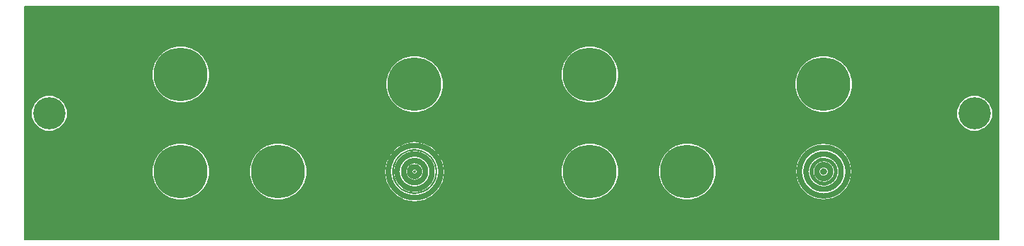
<source format=gbl>
G75*
%MOIN*%
%OFA0B0*%
%FSLAX25Y25*%
%IPPOS*%
%LPD*%
%AMOC8*
5,1,8,0,0,1.08239X$1,22.5*
%
%ADD10C,0.02500*%
%ADD11C,0.00600*%
%ADD12C,0.27622*%
%ADD13C,0.16598*%
D10*
X0189037Y0148040D02*
X0189041Y0148370D01*
X0189053Y0148701D01*
X0189073Y0149030D01*
X0189102Y0149360D01*
X0189138Y0149688D01*
X0189183Y0150015D01*
X0189235Y0150342D01*
X0189296Y0150667D01*
X0189364Y0150990D01*
X0189440Y0151311D01*
X0189525Y0151631D01*
X0189617Y0151948D01*
X0189717Y0152263D01*
X0189824Y0152576D01*
X0189939Y0152885D01*
X0190062Y0153192D01*
X0190192Y0153496D01*
X0190330Y0153796D01*
X0190475Y0154093D01*
X0190627Y0154386D01*
X0190786Y0154676D01*
X0190952Y0154961D01*
X0191126Y0155243D01*
X0191306Y0155520D01*
X0191493Y0155792D01*
X0191686Y0156060D01*
X0191886Y0156323D01*
X0192093Y0156581D01*
X0192306Y0156834D01*
X0192525Y0157081D01*
X0192749Y0157323D01*
X0192980Y0157560D01*
X0193217Y0157791D01*
X0193459Y0158015D01*
X0193706Y0158234D01*
X0193959Y0158447D01*
X0194217Y0158654D01*
X0194480Y0158854D01*
X0194748Y0159047D01*
X0195020Y0159234D01*
X0195297Y0159414D01*
X0195579Y0159588D01*
X0195864Y0159754D01*
X0196154Y0159913D01*
X0196447Y0160065D01*
X0196744Y0160210D01*
X0197044Y0160348D01*
X0197348Y0160478D01*
X0197655Y0160601D01*
X0197964Y0160716D01*
X0198277Y0160823D01*
X0198592Y0160923D01*
X0198909Y0161015D01*
X0199229Y0161100D01*
X0199550Y0161176D01*
X0199873Y0161244D01*
X0200198Y0161305D01*
X0200525Y0161357D01*
X0200852Y0161402D01*
X0201180Y0161438D01*
X0201510Y0161467D01*
X0201839Y0161487D01*
X0202170Y0161499D01*
X0202500Y0161503D01*
X0202830Y0161499D01*
X0203161Y0161487D01*
X0203490Y0161467D01*
X0203820Y0161438D01*
X0204148Y0161402D01*
X0204475Y0161357D01*
X0204802Y0161305D01*
X0205127Y0161244D01*
X0205450Y0161176D01*
X0205771Y0161100D01*
X0206091Y0161015D01*
X0206408Y0160923D01*
X0206723Y0160823D01*
X0207036Y0160716D01*
X0207345Y0160601D01*
X0207652Y0160478D01*
X0207956Y0160348D01*
X0208256Y0160210D01*
X0208553Y0160065D01*
X0208846Y0159913D01*
X0209136Y0159754D01*
X0209421Y0159588D01*
X0209703Y0159414D01*
X0209980Y0159234D01*
X0210252Y0159047D01*
X0210520Y0158854D01*
X0210783Y0158654D01*
X0211041Y0158447D01*
X0211294Y0158234D01*
X0211541Y0158015D01*
X0211783Y0157791D01*
X0212020Y0157560D01*
X0212251Y0157323D01*
X0212475Y0157081D01*
X0212694Y0156834D01*
X0212907Y0156581D01*
X0213114Y0156323D01*
X0213314Y0156060D01*
X0213507Y0155792D01*
X0213694Y0155520D01*
X0213874Y0155243D01*
X0214048Y0154961D01*
X0214214Y0154676D01*
X0214373Y0154386D01*
X0214525Y0154093D01*
X0214670Y0153796D01*
X0214808Y0153496D01*
X0214938Y0153192D01*
X0215061Y0152885D01*
X0215176Y0152576D01*
X0215283Y0152263D01*
X0215383Y0151948D01*
X0215475Y0151631D01*
X0215560Y0151311D01*
X0215636Y0150990D01*
X0215704Y0150667D01*
X0215765Y0150342D01*
X0215817Y0150015D01*
X0215862Y0149688D01*
X0215898Y0149360D01*
X0215927Y0149030D01*
X0215947Y0148701D01*
X0215959Y0148370D01*
X0215963Y0148040D01*
X0215959Y0147710D01*
X0215947Y0147379D01*
X0215927Y0147050D01*
X0215898Y0146720D01*
X0215862Y0146392D01*
X0215817Y0146065D01*
X0215765Y0145738D01*
X0215704Y0145413D01*
X0215636Y0145090D01*
X0215560Y0144769D01*
X0215475Y0144449D01*
X0215383Y0144132D01*
X0215283Y0143817D01*
X0215176Y0143504D01*
X0215061Y0143195D01*
X0214938Y0142888D01*
X0214808Y0142584D01*
X0214670Y0142284D01*
X0214525Y0141987D01*
X0214373Y0141694D01*
X0214214Y0141404D01*
X0214048Y0141119D01*
X0213874Y0140837D01*
X0213694Y0140560D01*
X0213507Y0140288D01*
X0213314Y0140020D01*
X0213114Y0139757D01*
X0212907Y0139499D01*
X0212694Y0139246D01*
X0212475Y0138999D01*
X0212251Y0138757D01*
X0212020Y0138520D01*
X0211783Y0138289D01*
X0211541Y0138065D01*
X0211294Y0137846D01*
X0211041Y0137633D01*
X0210783Y0137426D01*
X0210520Y0137226D01*
X0210252Y0137033D01*
X0209980Y0136846D01*
X0209703Y0136666D01*
X0209421Y0136492D01*
X0209136Y0136326D01*
X0208846Y0136167D01*
X0208553Y0136015D01*
X0208256Y0135870D01*
X0207956Y0135732D01*
X0207652Y0135602D01*
X0207345Y0135479D01*
X0207036Y0135364D01*
X0206723Y0135257D01*
X0206408Y0135157D01*
X0206091Y0135065D01*
X0205771Y0134980D01*
X0205450Y0134904D01*
X0205127Y0134836D01*
X0204802Y0134775D01*
X0204475Y0134723D01*
X0204148Y0134678D01*
X0203820Y0134642D01*
X0203490Y0134613D01*
X0203161Y0134593D01*
X0202830Y0134581D01*
X0202500Y0134577D01*
X0202170Y0134581D01*
X0201839Y0134593D01*
X0201510Y0134613D01*
X0201180Y0134642D01*
X0200852Y0134678D01*
X0200525Y0134723D01*
X0200198Y0134775D01*
X0199873Y0134836D01*
X0199550Y0134904D01*
X0199229Y0134980D01*
X0198909Y0135065D01*
X0198592Y0135157D01*
X0198277Y0135257D01*
X0197964Y0135364D01*
X0197655Y0135479D01*
X0197348Y0135602D01*
X0197044Y0135732D01*
X0196744Y0135870D01*
X0196447Y0136015D01*
X0196154Y0136167D01*
X0195864Y0136326D01*
X0195579Y0136492D01*
X0195297Y0136666D01*
X0195020Y0136846D01*
X0194748Y0137033D01*
X0194480Y0137226D01*
X0194217Y0137426D01*
X0193959Y0137633D01*
X0193706Y0137846D01*
X0193459Y0138065D01*
X0193217Y0138289D01*
X0192980Y0138520D01*
X0192749Y0138757D01*
X0192525Y0138999D01*
X0192306Y0139246D01*
X0192093Y0139499D01*
X0191886Y0139757D01*
X0191686Y0140020D01*
X0191493Y0140288D01*
X0191306Y0140560D01*
X0191126Y0140837D01*
X0190952Y0141119D01*
X0190786Y0141404D01*
X0190627Y0141694D01*
X0190475Y0141987D01*
X0190330Y0142284D01*
X0190192Y0142584D01*
X0190062Y0142888D01*
X0189939Y0143195D01*
X0189824Y0143504D01*
X0189717Y0143817D01*
X0189617Y0144132D01*
X0189525Y0144449D01*
X0189440Y0144769D01*
X0189364Y0145090D01*
X0189296Y0145413D01*
X0189235Y0145738D01*
X0189183Y0146065D01*
X0189138Y0146392D01*
X0189102Y0146720D01*
X0189073Y0147050D01*
X0189053Y0147379D01*
X0189041Y0147710D01*
X0189037Y0148040D01*
X0200000Y0148040D02*
X0200002Y0148139D01*
X0200008Y0148239D01*
X0200018Y0148338D01*
X0200032Y0148436D01*
X0200049Y0148534D01*
X0200071Y0148631D01*
X0200096Y0148727D01*
X0200125Y0148822D01*
X0200158Y0148916D01*
X0200195Y0149008D01*
X0200235Y0149099D01*
X0200279Y0149188D01*
X0200327Y0149276D01*
X0200378Y0149361D01*
X0200432Y0149444D01*
X0200489Y0149526D01*
X0200550Y0149604D01*
X0200614Y0149681D01*
X0200680Y0149754D01*
X0200750Y0149825D01*
X0200822Y0149893D01*
X0200897Y0149959D01*
X0200975Y0150021D01*
X0201055Y0150080D01*
X0201137Y0150136D01*
X0201221Y0150188D01*
X0201308Y0150237D01*
X0201396Y0150283D01*
X0201486Y0150325D01*
X0201578Y0150364D01*
X0201671Y0150399D01*
X0201765Y0150430D01*
X0201861Y0150457D01*
X0201958Y0150480D01*
X0202055Y0150500D01*
X0202153Y0150516D01*
X0202252Y0150528D01*
X0202351Y0150536D01*
X0202450Y0150540D01*
X0202550Y0150540D01*
X0202649Y0150536D01*
X0202748Y0150528D01*
X0202847Y0150516D01*
X0202945Y0150500D01*
X0203042Y0150480D01*
X0203139Y0150457D01*
X0203235Y0150430D01*
X0203329Y0150399D01*
X0203422Y0150364D01*
X0203514Y0150325D01*
X0203604Y0150283D01*
X0203692Y0150237D01*
X0203779Y0150188D01*
X0203863Y0150136D01*
X0203945Y0150080D01*
X0204025Y0150021D01*
X0204103Y0149959D01*
X0204178Y0149893D01*
X0204250Y0149825D01*
X0204320Y0149754D01*
X0204386Y0149681D01*
X0204450Y0149604D01*
X0204511Y0149526D01*
X0204568Y0149444D01*
X0204622Y0149361D01*
X0204673Y0149276D01*
X0204721Y0149188D01*
X0204765Y0149099D01*
X0204805Y0149008D01*
X0204842Y0148916D01*
X0204875Y0148822D01*
X0204904Y0148727D01*
X0204929Y0148631D01*
X0204951Y0148534D01*
X0204968Y0148436D01*
X0204982Y0148338D01*
X0204992Y0148239D01*
X0204998Y0148139D01*
X0205000Y0148040D01*
X0204998Y0147941D01*
X0204992Y0147841D01*
X0204982Y0147742D01*
X0204968Y0147644D01*
X0204951Y0147546D01*
X0204929Y0147449D01*
X0204904Y0147353D01*
X0204875Y0147258D01*
X0204842Y0147164D01*
X0204805Y0147072D01*
X0204765Y0146981D01*
X0204721Y0146892D01*
X0204673Y0146804D01*
X0204622Y0146719D01*
X0204568Y0146636D01*
X0204511Y0146554D01*
X0204450Y0146476D01*
X0204386Y0146399D01*
X0204320Y0146326D01*
X0204250Y0146255D01*
X0204178Y0146187D01*
X0204103Y0146121D01*
X0204025Y0146059D01*
X0203945Y0146000D01*
X0203863Y0145944D01*
X0203779Y0145892D01*
X0203692Y0145843D01*
X0203604Y0145797D01*
X0203514Y0145755D01*
X0203422Y0145716D01*
X0203329Y0145681D01*
X0203235Y0145650D01*
X0203139Y0145623D01*
X0203042Y0145600D01*
X0202945Y0145580D01*
X0202847Y0145564D01*
X0202748Y0145552D01*
X0202649Y0145544D01*
X0202550Y0145540D01*
X0202450Y0145540D01*
X0202351Y0145544D01*
X0202252Y0145552D01*
X0202153Y0145564D01*
X0202055Y0145580D01*
X0201958Y0145600D01*
X0201861Y0145623D01*
X0201765Y0145650D01*
X0201671Y0145681D01*
X0201578Y0145716D01*
X0201486Y0145755D01*
X0201396Y0145797D01*
X0201308Y0145843D01*
X0201221Y0145892D01*
X0201137Y0145944D01*
X0201055Y0146000D01*
X0200975Y0146059D01*
X0200897Y0146121D01*
X0200822Y0146187D01*
X0200750Y0146255D01*
X0200680Y0146326D01*
X0200614Y0146399D01*
X0200550Y0146476D01*
X0200489Y0146554D01*
X0200432Y0146636D01*
X0200378Y0146719D01*
X0200327Y0146804D01*
X0200279Y0146892D01*
X0200235Y0146981D01*
X0200195Y0147072D01*
X0200158Y0147164D01*
X0200125Y0147258D01*
X0200096Y0147353D01*
X0200071Y0147449D01*
X0200049Y0147546D01*
X0200032Y0147644D01*
X0200018Y0147742D01*
X0200008Y0147841D01*
X0200002Y0147941D01*
X0200000Y0148040D01*
X0196910Y0148040D02*
X0196912Y0148189D01*
X0196918Y0148339D01*
X0196928Y0148488D01*
X0196942Y0148637D01*
X0196960Y0148785D01*
X0196982Y0148933D01*
X0197008Y0149080D01*
X0197037Y0149227D01*
X0197071Y0149372D01*
X0197109Y0149517D01*
X0197150Y0149660D01*
X0197195Y0149803D01*
X0197244Y0149944D01*
X0197297Y0150084D01*
X0197354Y0150222D01*
X0197414Y0150359D01*
X0197478Y0150494D01*
X0197545Y0150628D01*
X0197616Y0150759D01*
X0197690Y0150889D01*
X0197768Y0151016D01*
X0197849Y0151142D01*
X0197934Y0151265D01*
X0198022Y0151386D01*
X0198113Y0151504D01*
X0198207Y0151620D01*
X0198304Y0151734D01*
X0198405Y0151845D01*
X0198508Y0151953D01*
X0198614Y0152058D01*
X0198723Y0152161D01*
X0198834Y0152260D01*
X0198948Y0152357D01*
X0199065Y0152450D01*
X0199184Y0152540D01*
X0199306Y0152627D01*
X0199429Y0152711D01*
X0199555Y0152792D01*
X0199683Y0152869D01*
X0199814Y0152942D01*
X0199946Y0153012D01*
X0200079Y0153079D01*
X0200215Y0153142D01*
X0200352Y0153201D01*
X0200491Y0153256D01*
X0200631Y0153308D01*
X0200773Y0153356D01*
X0200915Y0153401D01*
X0201059Y0153441D01*
X0201204Y0153478D01*
X0201350Y0153510D01*
X0201497Y0153539D01*
X0201644Y0153564D01*
X0201792Y0153585D01*
X0201940Y0153602D01*
X0202089Y0153615D01*
X0202239Y0153624D01*
X0202388Y0153629D01*
X0202537Y0153630D01*
X0202687Y0153627D01*
X0202836Y0153620D01*
X0202985Y0153609D01*
X0203134Y0153594D01*
X0203282Y0153575D01*
X0203430Y0153552D01*
X0203577Y0153525D01*
X0203723Y0153495D01*
X0203868Y0153460D01*
X0204013Y0153421D01*
X0204156Y0153379D01*
X0204298Y0153333D01*
X0204439Y0153283D01*
X0204579Y0153229D01*
X0204717Y0153172D01*
X0204853Y0153111D01*
X0204988Y0153046D01*
X0205121Y0152978D01*
X0205252Y0152906D01*
X0205381Y0152830D01*
X0205508Y0152752D01*
X0205633Y0152670D01*
X0205755Y0152584D01*
X0205876Y0152496D01*
X0205994Y0152404D01*
X0206109Y0152309D01*
X0206222Y0152211D01*
X0206332Y0152110D01*
X0206439Y0152006D01*
X0206544Y0151899D01*
X0206646Y0151790D01*
X0206745Y0151678D01*
X0206840Y0151563D01*
X0206933Y0151445D01*
X0207022Y0151326D01*
X0207109Y0151204D01*
X0207192Y0151079D01*
X0207271Y0150953D01*
X0207347Y0150824D01*
X0207420Y0150694D01*
X0207489Y0150561D01*
X0207555Y0150427D01*
X0207617Y0150291D01*
X0207675Y0150153D01*
X0207730Y0150014D01*
X0207781Y0149874D01*
X0207828Y0149732D01*
X0207871Y0149589D01*
X0207911Y0149445D01*
X0207946Y0149299D01*
X0207978Y0149153D01*
X0208006Y0149007D01*
X0208030Y0148859D01*
X0208050Y0148711D01*
X0208066Y0148562D01*
X0208078Y0148413D01*
X0208086Y0148264D01*
X0208090Y0148115D01*
X0208090Y0147965D01*
X0208086Y0147816D01*
X0208078Y0147667D01*
X0208066Y0147518D01*
X0208050Y0147369D01*
X0208030Y0147221D01*
X0208006Y0147073D01*
X0207978Y0146927D01*
X0207946Y0146781D01*
X0207911Y0146635D01*
X0207871Y0146491D01*
X0207828Y0146348D01*
X0207781Y0146206D01*
X0207730Y0146066D01*
X0207675Y0145927D01*
X0207617Y0145789D01*
X0207555Y0145653D01*
X0207489Y0145519D01*
X0207420Y0145386D01*
X0207347Y0145256D01*
X0207271Y0145127D01*
X0207192Y0145001D01*
X0207109Y0144876D01*
X0207022Y0144754D01*
X0206933Y0144635D01*
X0206840Y0144517D01*
X0206745Y0144402D01*
X0206646Y0144290D01*
X0206544Y0144181D01*
X0206439Y0144074D01*
X0206332Y0143970D01*
X0206222Y0143869D01*
X0206109Y0143771D01*
X0205994Y0143676D01*
X0205876Y0143584D01*
X0205755Y0143496D01*
X0205633Y0143410D01*
X0205508Y0143328D01*
X0205381Y0143250D01*
X0205252Y0143174D01*
X0205121Y0143102D01*
X0204988Y0143034D01*
X0204853Y0142969D01*
X0204717Y0142908D01*
X0204579Y0142851D01*
X0204439Y0142797D01*
X0204298Y0142747D01*
X0204156Y0142701D01*
X0204013Y0142659D01*
X0203868Y0142620D01*
X0203723Y0142585D01*
X0203577Y0142555D01*
X0203430Y0142528D01*
X0203282Y0142505D01*
X0203134Y0142486D01*
X0202985Y0142471D01*
X0202836Y0142460D01*
X0202687Y0142453D01*
X0202537Y0142450D01*
X0202388Y0142451D01*
X0202239Y0142456D01*
X0202089Y0142465D01*
X0201940Y0142478D01*
X0201792Y0142495D01*
X0201644Y0142516D01*
X0201497Y0142541D01*
X0201350Y0142570D01*
X0201204Y0142602D01*
X0201059Y0142639D01*
X0200915Y0142679D01*
X0200773Y0142724D01*
X0200631Y0142772D01*
X0200491Y0142824D01*
X0200352Y0142879D01*
X0200215Y0142938D01*
X0200079Y0143001D01*
X0199946Y0143068D01*
X0199814Y0143138D01*
X0199683Y0143211D01*
X0199555Y0143288D01*
X0199429Y0143369D01*
X0199306Y0143453D01*
X0199184Y0143540D01*
X0199065Y0143630D01*
X0198948Y0143723D01*
X0198834Y0143820D01*
X0198723Y0143919D01*
X0198614Y0144022D01*
X0198508Y0144127D01*
X0198405Y0144235D01*
X0198304Y0144346D01*
X0198207Y0144460D01*
X0198113Y0144576D01*
X0198022Y0144694D01*
X0197934Y0144815D01*
X0197849Y0144938D01*
X0197768Y0145064D01*
X0197690Y0145191D01*
X0197616Y0145321D01*
X0197545Y0145452D01*
X0197478Y0145586D01*
X0197414Y0145721D01*
X0197354Y0145858D01*
X0197297Y0145996D01*
X0197244Y0146136D01*
X0197195Y0146277D01*
X0197150Y0146420D01*
X0197109Y0146563D01*
X0197071Y0146708D01*
X0197037Y0146853D01*
X0197008Y0147000D01*
X0196982Y0147147D01*
X0196960Y0147295D01*
X0196942Y0147443D01*
X0196928Y0147592D01*
X0196918Y0147741D01*
X0196912Y0147891D01*
X0196910Y0148040D01*
X0193486Y0148040D02*
X0193489Y0148261D01*
X0193497Y0148482D01*
X0193510Y0148703D01*
X0193529Y0148924D01*
X0193554Y0149143D01*
X0193584Y0149363D01*
X0193619Y0149581D01*
X0193659Y0149799D01*
X0193705Y0150015D01*
X0193756Y0150230D01*
X0193813Y0150444D01*
X0193874Y0150657D01*
X0193941Y0150868D01*
X0194013Y0151077D01*
X0194090Y0151284D01*
X0194172Y0151490D01*
X0194259Y0151693D01*
X0194351Y0151894D01*
X0194448Y0152093D01*
X0194550Y0152289D01*
X0194657Y0152483D01*
X0194768Y0152674D01*
X0194884Y0152862D01*
X0195005Y0153048D01*
X0195130Y0153230D01*
X0195260Y0153410D01*
X0195394Y0153586D01*
X0195532Y0153758D01*
X0195675Y0153928D01*
X0195821Y0154093D01*
X0195972Y0154256D01*
X0196126Y0154414D01*
X0196284Y0154568D01*
X0196447Y0154719D01*
X0196612Y0154865D01*
X0196782Y0155008D01*
X0196954Y0155146D01*
X0197130Y0155280D01*
X0197310Y0155410D01*
X0197492Y0155535D01*
X0197678Y0155656D01*
X0197866Y0155772D01*
X0198057Y0155883D01*
X0198251Y0155990D01*
X0198447Y0156092D01*
X0198646Y0156189D01*
X0198847Y0156281D01*
X0199050Y0156368D01*
X0199256Y0156450D01*
X0199463Y0156527D01*
X0199672Y0156599D01*
X0199883Y0156666D01*
X0200096Y0156727D01*
X0200310Y0156784D01*
X0200525Y0156835D01*
X0200741Y0156881D01*
X0200959Y0156921D01*
X0201177Y0156956D01*
X0201397Y0156986D01*
X0201616Y0157011D01*
X0201837Y0157030D01*
X0202058Y0157043D01*
X0202279Y0157051D01*
X0202500Y0157054D01*
X0202721Y0157051D01*
X0202942Y0157043D01*
X0203163Y0157030D01*
X0203384Y0157011D01*
X0203603Y0156986D01*
X0203823Y0156956D01*
X0204041Y0156921D01*
X0204259Y0156881D01*
X0204475Y0156835D01*
X0204690Y0156784D01*
X0204904Y0156727D01*
X0205117Y0156666D01*
X0205328Y0156599D01*
X0205537Y0156527D01*
X0205744Y0156450D01*
X0205950Y0156368D01*
X0206153Y0156281D01*
X0206354Y0156189D01*
X0206553Y0156092D01*
X0206749Y0155990D01*
X0206943Y0155883D01*
X0207134Y0155772D01*
X0207322Y0155656D01*
X0207508Y0155535D01*
X0207690Y0155410D01*
X0207870Y0155280D01*
X0208046Y0155146D01*
X0208218Y0155008D01*
X0208388Y0154865D01*
X0208553Y0154719D01*
X0208716Y0154568D01*
X0208874Y0154414D01*
X0209028Y0154256D01*
X0209179Y0154093D01*
X0209325Y0153928D01*
X0209468Y0153758D01*
X0209606Y0153586D01*
X0209740Y0153410D01*
X0209870Y0153230D01*
X0209995Y0153048D01*
X0210116Y0152862D01*
X0210232Y0152674D01*
X0210343Y0152483D01*
X0210450Y0152289D01*
X0210552Y0152093D01*
X0210649Y0151894D01*
X0210741Y0151693D01*
X0210828Y0151490D01*
X0210910Y0151284D01*
X0210987Y0151077D01*
X0211059Y0150868D01*
X0211126Y0150657D01*
X0211187Y0150444D01*
X0211244Y0150230D01*
X0211295Y0150015D01*
X0211341Y0149799D01*
X0211381Y0149581D01*
X0211416Y0149363D01*
X0211446Y0149143D01*
X0211471Y0148924D01*
X0211490Y0148703D01*
X0211503Y0148482D01*
X0211511Y0148261D01*
X0211514Y0148040D01*
X0211511Y0147819D01*
X0211503Y0147598D01*
X0211490Y0147377D01*
X0211471Y0147156D01*
X0211446Y0146937D01*
X0211416Y0146717D01*
X0211381Y0146499D01*
X0211341Y0146281D01*
X0211295Y0146065D01*
X0211244Y0145850D01*
X0211187Y0145636D01*
X0211126Y0145423D01*
X0211059Y0145212D01*
X0210987Y0145003D01*
X0210910Y0144796D01*
X0210828Y0144590D01*
X0210741Y0144387D01*
X0210649Y0144186D01*
X0210552Y0143987D01*
X0210450Y0143791D01*
X0210343Y0143597D01*
X0210232Y0143406D01*
X0210116Y0143218D01*
X0209995Y0143032D01*
X0209870Y0142850D01*
X0209740Y0142670D01*
X0209606Y0142494D01*
X0209468Y0142322D01*
X0209325Y0142152D01*
X0209179Y0141987D01*
X0209028Y0141824D01*
X0208874Y0141666D01*
X0208716Y0141512D01*
X0208553Y0141361D01*
X0208388Y0141215D01*
X0208218Y0141072D01*
X0208046Y0140934D01*
X0207870Y0140800D01*
X0207690Y0140670D01*
X0207508Y0140545D01*
X0207322Y0140424D01*
X0207134Y0140308D01*
X0206943Y0140197D01*
X0206749Y0140090D01*
X0206553Y0139988D01*
X0206354Y0139891D01*
X0206153Y0139799D01*
X0205950Y0139712D01*
X0205744Y0139630D01*
X0205537Y0139553D01*
X0205328Y0139481D01*
X0205117Y0139414D01*
X0204904Y0139353D01*
X0204690Y0139296D01*
X0204475Y0139245D01*
X0204259Y0139199D01*
X0204041Y0139159D01*
X0203823Y0139124D01*
X0203603Y0139094D01*
X0203384Y0139069D01*
X0203163Y0139050D01*
X0202942Y0139037D01*
X0202721Y0139029D01*
X0202500Y0139026D01*
X0202279Y0139029D01*
X0202058Y0139037D01*
X0201837Y0139050D01*
X0201616Y0139069D01*
X0201397Y0139094D01*
X0201177Y0139124D01*
X0200959Y0139159D01*
X0200741Y0139199D01*
X0200525Y0139245D01*
X0200310Y0139296D01*
X0200096Y0139353D01*
X0199883Y0139414D01*
X0199672Y0139481D01*
X0199463Y0139553D01*
X0199256Y0139630D01*
X0199050Y0139712D01*
X0198847Y0139799D01*
X0198646Y0139891D01*
X0198447Y0139988D01*
X0198251Y0140090D01*
X0198057Y0140197D01*
X0197866Y0140308D01*
X0197678Y0140424D01*
X0197492Y0140545D01*
X0197310Y0140670D01*
X0197130Y0140800D01*
X0196954Y0140934D01*
X0196782Y0141072D01*
X0196612Y0141215D01*
X0196447Y0141361D01*
X0196284Y0141512D01*
X0196126Y0141666D01*
X0195972Y0141824D01*
X0195821Y0141987D01*
X0195675Y0142152D01*
X0195532Y0142322D01*
X0195394Y0142494D01*
X0195260Y0142670D01*
X0195130Y0142850D01*
X0195005Y0143032D01*
X0194884Y0143218D01*
X0194768Y0143406D01*
X0194657Y0143597D01*
X0194550Y0143791D01*
X0194448Y0143987D01*
X0194351Y0144186D01*
X0194259Y0144387D01*
X0194172Y0144590D01*
X0194090Y0144796D01*
X0194013Y0145003D01*
X0193941Y0145212D01*
X0193874Y0145423D01*
X0193813Y0145636D01*
X0193756Y0145850D01*
X0193705Y0146065D01*
X0193659Y0146281D01*
X0193619Y0146499D01*
X0193584Y0146717D01*
X0193554Y0146937D01*
X0193529Y0147156D01*
X0193510Y0147377D01*
X0193497Y0147598D01*
X0193489Y0147819D01*
X0193486Y0148040D01*
X0408964Y0148040D02*
X0408966Y0148159D01*
X0408972Y0148277D01*
X0408982Y0148396D01*
X0408996Y0148514D01*
X0409014Y0148631D01*
X0409036Y0148748D01*
X0409061Y0148864D01*
X0409091Y0148979D01*
X0409124Y0149093D01*
X0409162Y0149206D01*
X0409203Y0149317D01*
X0409248Y0149427D01*
X0409296Y0149536D01*
X0409348Y0149643D01*
X0409404Y0149748D01*
X0409463Y0149851D01*
X0409525Y0149952D01*
X0409591Y0150051D01*
X0409660Y0150147D01*
X0409733Y0150241D01*
X0409808Y0150333D01*
X0409887Y0150422D01*
X0409968Y0150509D01*
X0410053Y0150592D01*
X0410140Y0150673D01*
X0410230Y0150751D01*
X0410322Y0150826D01*
X0410417Y0150897D01*
X0410514Y0150966D01*
X0410613Y0151031D01*
X0410715Y0151092D01*
X0410818Y0151151D01*
X0410924Y0151205D01*
X0411031Y0151256D01*
X0411140Y0151304D01*
X0411250Y0151348D01*
X0411362Y0151388D01*
X0411475Y0151424D01*
X0411590Y0151457D01*
X0411705Y0151485D01*
X0411821Y0151510D01*
X0411938Y0151531D01*
X0412056Y0151548D01*
X0412174Y0151561D01*
X0412292Y0151570D01*
X0412411Y0151575D01*
X0412530Y0151576D01*
X0412648Y0151573D01*
X0412767Y0151566D01*
X0412885Y0151555D01*
X0413003Y0151540D01*
X0413121Y0151521D01*
X0413237Y0151498D01*
X0413353Y0151472D01*
X0413468Y0151441D01*
X0413581Y0151407D01*
X0413694Y0151368D01*
X0413805Y0151326D01*
X0413915Y0151281D01*
X0414023Y0151231D01*
X0414129Y0151178D01*
X0414234Y0151122D01*
X0414336Y0151062D01*
X0414437Y0150999D01*
X0414535Y0150932D01*
X0414631Y0150862D01*
X0414725Y0150789D01*
X0414816Y0150712D01*
X0414904Y0150633D01*
X0414990Y0150551D01*
X0415073Y0150466D01*
X0415153Y0150378D01*
X0415230Y0150288D01*
X0415304Y0150195D01*
X0415375Y0150099D01*
X0415442Y0150001D01*
X0415506Y0149901D01*
X0415567Y0149799D01*
X0415625Y0149695D01*
X0415678Y0149589D01*
X0415729Y0149482D01*
X0415775Y0149373D01*
X0415818Y0149262D01*
X0415857Y0149150D01*
X0415893Y0149036D01*
X0415924Y0148922D01*
X0415952Y0148806D01*
X0415976Y0148690D01*
X0415996Y0148573D01*
X0416012Y0148455D01*
X0416024Y0148337D01*
X0416032Y0148218D01*
X0416036Y0148099D01*
X0416036Y0147981D01*
X0416032Y0147862D01*
X0416024Y0147743D01*
X0416012Y0147625D01*
X0415996Y0147507D01*
X0415976Y0147390D01*
X0415952Y0147274D01*
X0415924Y0147158D01*
X0415893Y0147044D01*
X0415857Y0146930D01*
X0415818Y0146818D01*
X0415775Y0146707D01*
X0415729Y0146598D01*
X0415678Y0146491D01*
X0415625Y0146385D01*
X0415567Y0146281D01*
X0415506Y0146179D01*
X0415442Y0146079D01*
X0415375Y0145981D01*
X0415304Y0145885D01*
X0415230Y0145792D01*
X0415153Y0145702D01*
X0415073Y0145614D01*
X0414990Y0145529D01*
X0414904Y0145447D01*
X0414816Y0145368D01*
X0414725Y0145291D01*
X0414631Y0145218D01*
X0414535Y0145148D01*
X0414437Y0145081D01*
X0414336Y0145018D01*
X0414234Y0144958D01*
X0414129Y0144902D01*
X0414023Y0144849D01*
X0413915Y0144799D01*
X0413805Y0144754D01*
X0413694Y0144712D01*
X0413581Y0144673D01*
X0413468Y0144639D01*
X0413353Y0144608D01*
X0413237Y0144582D01*
X0413121Y0144559D01*
X0413003Y0144540D01*
X0412885Y0144525D01*
X0412767Y0144514D01*
X0412648Y0144507D01*
X0412530Y0144504D01*
X0412411Y0144505D01*
X0412292Y0144510D01*
X0412174Y0144519D01*
X0412056Y0144532D01*
X0411938Y0144549D01*
X0411821Y0144570D01*
X0411705Y0144595D01*
X0411590Y0144623D01*
X0411475Y0144656D01*
X0411362Y0144692D01*
X0411250Y0144732D01*
X0411140Y0144776D01*
X0411031Y0144824D01*
X0410924Y0144875D01*
X0410818Y0144929D01*
X0410715Y0144988D01*
X0410613Y0145049D01*
X0410514Y0145114D01*
X0410417Y0145183D01*
X0410322Y0145254D01*
X0410230Y0145329D01*
X0410140Y0145407D01*
X0410053Y0145488D01*
X0409968Y0145571D01*
X0409887Y0145658D01*
X0409808Y0145747D01*
X0409733Y0145839D01*
X0409660Y0145933D01*
X0409591Y0146029D01*
X0409525Y0146128D01*
X0409463Y0146229D01*
X0409404Y0146332D01*
X0409348Y0146437D01*
X0409296Y0146544D01*
X0409248Y0146653D01*
X0409203Y0146763D01*
X0409162Y0146874D01*
X0409124Y0146987D01*
X0409091Y0147101D01*
X0409061Y0147216D01*
X0409036Y0147332D01*
X0409014Y0147449D01*
X0408996Y0147566D01*
X0408982Y0147684D01*
X0408972Y0147803D01*
X0408966Y0147921D01*
X0408964Y0148040D01*
X0403486Y0148040D02*
X0403489Y0148261D01*
X0403497Y0148482D01*
X0403510Y0148703D01*
X0403529Y0148924D01*
X0403554Y0149143D01*
X0403584Y0149363D01*
X0403619Y0149581D01*
X0403659Y0149799D01*
X0403705Y0150015D01*
X0403756Y0150230D01*
X0403813Y0150444D01*
X0403874Y0150657D01*
X0403941Y0150868D01*
X0404013Y0151077D01*
X0404090Y0151284D01*
X0404172Y0151490D01*
X0404259Y0151693D01*
X0404351Y0151894D01*
X0404448Y0152093D01*
X0404550Y0152289D01*
X0404657Y0152483D01*
X0404768Y0152674D01*
X0404884Y0152862D01*
X0405005Y0153048D01*
X0405130Y0153230D01*
X0405260Y0153410D01*
X0405394Y0153586D01*
X0405532Y0153758D01*
X0405675Y0153928D01*
X0405821Y0154093D01*
X0405972Y0154256D01*
X0406126Y0154414D01*
X0406284Y0154568D01*
X0406447Y0154719D01*
X0406612Y0154865D01*
X0406782Y0155008D01*
X0406954Y0155146D01*
X0407130Y0155280D01*
X0407310Y0155410D01*
X0407492Y0155535D01*
X0407678Y0155656D01*
X0407866Y0155772D01*
X0408057Y0155883D01*
X0408251Y0155990D01*
X0408447Y0156092D01*
X0408646Y0156189D01*
X0408847Y0156281D01*
X0409050Y0156368D01*
X0409256Y0156450D01*
X0409463Y0156527D01*
X0409672Y0156599D01*
X0409883Y0156666D01*
X0410096Y0156727D01*
X0410310Y0156784D01*
X0410525Y0156835D01*
X0410741Y0156881D01*
X0410959Y0156921D01*
X0411177Y0156956D01*
X0411397Y0156986D01*
X0411616Y0157011D01*
X0411837Y0157030D01*
X0412058Y0157043D01*
X0412279Y0157051D01*
X0412500Y0157054D01*
X0412721Y0157051D01*
X0412942Y0157043D01*
X0413163Y0157030D01*
X0413384Y0157011D01*
X0413603Y0156986D01*
X0413823Y0156956D01*
X0414041Y0156921D01*
X0414259Y0156881D01*
X0414475Y0156835D01*
X0414690Y0156784D01*
X0414904Y0156727D01*
X0415117Y0156666D01*
X0415328Y0156599D01*
X0415537Y0156527D01*
X0415744Y0156450D01*
X0415950Y0156368D01*
X0416153Y0156281D01*
X0416354Y0156189D01*
X0416553Y0156092D01*
X0416749Y0155990D01*
X0416943Y0155883D01*
X0417134Y0155772D01*
X0417322Y0155656D01*
X0417508Y0155535D01*
X0417690Y0155410D01*
X0417870Y0155280D01*
X0418046Y0155146D01*
X0418218Y0155008D01*
X0418388Y0154865D01*
X0418553Y0154719D01*
X0418716Y0154568D01*
X0418874Y0154414D01*
X0419028Y0154256D01*
X0419179Y0154093D01*
X0419325Y0153928D01*
X0419468Y0153758D01*
X0419606Y0153586D01*
X0419740Y0153410D01*
X0419870Y0153230D01*
X0419995Y0153048D01*
X0420116Y0152862D01*
X0420232Y0152674D01*
X0420343Y0152483D01*
X0420450Y0152289D01*
X0420552Y0152093D01*
X0420649Y0151894D01*
X0420741Y0151693D01*
X0420828Y0151490D01*
X0420910Y0151284D01*
X0420987Y0151077D01*
X0421059Y0150868D01*
X0421126Y0150657D01*
X0421187Y0150444D01*
X0421244Y0150230D01*
X0421295Y0150015D01*
X0421341Y0149799D01*
X0421381Y0149581D01*
X0421416Y0149363D01*
X0421446Y0149143D01*
X0421471Y0148924D01*
X0421490Y0148703D01*
X0421503Y0148482D01*
X0421511Y0148261D01*
X0421514Y0148040D01*
X0421511Y0147819D01*
X0421503Y0147598D01*
X0421490Y0147377D01*
X0421471Y0147156D01*
X0421446Y0146937D01*
X0421416Y0146717D01*
X0421381Y0146499D01*
X0421341Y0146281D01*
X0421295Y0146065D01*
X0421244Y0145850D01*
X0421187Y0145636D01*
X0421126Y0145423D01*
X0421059Y0145212D01*
X0420987Y0145003D01*
X0420910Y0144796D01*
X0420828Y0144590D01*
X0420741Y0144387D01*
X0420649Y0144186D01*
X0420552Y0143987D01*
X0420450Y0143791D01*
X0420343Y0143597D01*
X0420232Y0143406D01*
X0420116Y0143218D01*
X0419995Y0143032D01*
X0419870Y0142850D01*
X0419740Y0142670D01*
X0419606Y0142494D01*
X0419468Y0142322D01*
X0419325Y0142152D01*
X0419179Y0141987D01*
X0419028Y0141824D01*
X0418874Y0141666D01*
X0418716Y0141512D01*
X0418553Y0141361D01*
X0418388Y0141215D01*
X0418218Y0141072D01*
X0418046Y0140934D01*
X0417870Y0140800D01*
X0417690Y0140670D01*
X0417508Y0140545D01*
X0417322Y0140424D01*
X0417134Y0140308D01*
X0416943Y0140197D01*
X0416749Y0140090D01*
X0416553Y0139988D01*
X0416354Y0139891D01*
X0416153Y0139799D01*
X0415950Y0139712D01*
X0415744Y0139630D01*
X0415537Y0139553D01*
X0415328Y0139481D01*
X0415117Y0139414D01*
X0414904Y0139353D01*
X0414690Y0139296D01*
X0414475Y0139245D01*
X0414259Y0139199D01*
X0414041Y0139159D01*
X0413823Y0139124D01*
X0413603Y0139094D01*
X0413384Y0139069D01*
X0413163Y0139050D01*
X0412942Y0139037D01*
X0412721Y0139029D01*
X0412500Y0139026D01*
X0412279Y0139029D01*
X0412058Y0139037D01*
X0411837Y0139050D01*
X0411616Y0139069D01*
X0411397Y0139094D01*
X0411177Y0139124D01*
X0410959Y0139159D01*
X0410741Y0139199D01*
X0410525Y0139245D01*
X0410310Y0139296D01*
X0410096Y0139353D01*
X0409883Y0139414D01*
X0409672Y0139481D01*
X0409463Y0139553D01*
X0409256Y0139630D01*
X0409050Y0139712D01*
X0408847Y0139799D01*
X0408646Y0139891D01*
X0408447Y0139988D01*
X0408251Y0140090D01*
X0408057Y0140197D01*
X0407866Y0140308D01*
X0407678Y0140424D01*
X0407492Y0140545D01*
X0407310Y0140670D01*
X0407130Y0140800D01*
X0406954Y0140934D01*
X0406782Y0141072D01*
X0406612Y0141215D01*
X0406447Y0141361D01*
X0406284Y0141512D01*
X0406126Y0141666D01*
X0405972Y0141824D01*
X0405821Y0141987D01*
X0405675Y0142152D01*
X0405532Y0142322D01*
X0405394Y0142494D01*
X0405260Y0142670D01*
X0405130Y0142850D01*
X0405005Y0143032D01*
X0404884Y0143218D01*
X0404768Y0143406D01*
X0404657Y0143597D01*
X0404550Y0143791D01*
X0404448Y0143987D01*
X0404351Y0144186D01*
X0404259Y0144387D01*
X0404172Y0144590D01*
X0404090Y0144796D01*
X0404013Y0145003D01*
X0403941Y0145212D01*
X0403874Y0145423D01*
X0403813Y0145636D01*
X0403756Y0145850D01*
X0403705Y0146065D01*
X0403659Y0146281D01*
X0403619Y0146499D01*
X0403584Y0146717D01*
X0403554Y0146937D01*
X0403529Y0147156D01*
X0403510Y0147377D01*
X0403497Y0147598D01*
X0403489Y0147819D01*
X0403486Y0148040D01*
X0400000Y0148040D02*
X0400004Y0148347D01*
X0400015Y0148653D01*
X0400034Y0148960D01*
X0400060Y0149265D01*
X0400094Y0149570D01*
X0400135Y0149874D01*
X0400184Y0150177D01*
X0400240Y0150479D01*
X0400304Y0150779D01*
X0400375Y0151077D01*
X0400453Y0151374D01*
X0400538Y0151669D01*
X0400631Y0151961D01*
X0400731Y0152251D01*
X0400838Y0152539D01*
X0400952Y0152824D01*
X0401072Y0153106D01*
X0401200Y0153384D01*
X0401335Y0153660D01*
X0401476Y0153932D01*
X0401624Y0154201D01*
X0401778Y0154466D01*
X0401939Y0154727D01*
X0402107Y0154985D01*
X0402280Y0155238D01*
X0402460Y0155486D01*
X0402646Y0155730D01*
X0402837Y0155970D01*
X0403035Y0156205D01*
X0403238Y0156434D01*
X0403447Y0156659D01*
X0403661Y0156879D01*
X0403881Y0157093D01*
X0404106Y0157302D01*
X0404335Y0157505D01*
X0404570Y0157703D01*
X0404810Y0157894D01*
X0405054Y0158080D01*
X0405302Y0158260D01*
X0405555Y0158433D01*
X0405813Y0158601D01*
X0406074Y0158762D01*
X0406339Y0158916D01*
X0406608Y0159064D01*
X0406880Y0159205D01*
X0407156Y0159340D01*
X0407434Y0159468D01*
X0407716Y0159588D01*
X0408001Y0159702D01*
X0408289Y0159809D01*
X0408579Y0159909D01*
X0408871Y0160002D01*
X0409166Y0160087D01*
X0409463Y0160165D01*
X0409761Y0160236D01*
X0410061Y0160300D01*
X0410363Y0160356D01*
X0410666Y0160405D01*
X0410970Y0160446D01*
X0411275Y0160480D01*
X0411580Y0160506D01*
X0411887Y0160525D01*
X0412193Y0160536D01*
X0412500Y0160540D01*
X0412807Y0160536D01*
X0413113Y0160525D01*
X0413420Y0160506D01*
X0413725Y0160480D01*
X0414030Y0160446D01*
X0414334Y0160405D01*
X0414637Y0160356D01*
X0414939Y0160300D01*
X0415239Y0160236D01*
X0415537Y0160165D01*
X0415834Y0160087D01*
X0416129Y0160002D01*
X0416421Y0159909D01*
X0416711Y0159809D01*
X0416999Y0159702D01*
X0417284Y0159588D01*
X0417566Y0159468D01*
X0417844Y0159340D01*
X0418120Y0159205D01*
X0418392Y0159064D01*
X0418661Y0158916D01*
X0418926Y0158762D01*
X0419187Y0158601D01*
X0419445Y0158433D01*
X0419698Y0158260D01*
X0419946Y0158080D01*
X0420190Y0157894D01*
X0420430Y0157703D01*
X0420665Y0157505D01*
X0420894Y0157302D01*
X0421119Y0157093D01*
X0421339Y0156879D01*
X0421553Y0156659D01*
X0421762Y0156434D01*
X0421965Y0156205D01*
X0422163Y0155970D01*
X0422354Y0155730D01*
X0422540Y0155486D01*
X0422720Y0155238D01*
X0422893Y0154985D01*
X0423061Y0154727D01*
X0423222Y0154466D01*
X0423376Y0154201D01*
X0423524Y0153932D01*
X0423665Y0153660D01*
X0423800Y0153384D01*
X0423928Y0153106D01*
X0424048Y0152824D01*
X0424162Y0152539D01*
X0424269Y0152251D01*
X0424369Y0151961D01*
X0424462Y0151669D01*
X0424547Y0151374D01*
X0424625Y0151077D01*
X0424696Y0150779D01*
X0424760Y0150479D01*
X0424816Y0150177D01*
X0424865Y0149874D01*
X0424906Y0149570D01*
X0424940Y0149265D01*
X0424966Y0148960D01*
X0424985Y0148653D01*
X0424996Y0148347D01*
X0425000Y0148040D01*
X0424996Y0147733D01*
X0424985Y0147427D01*
X0424966Y0147120D01*
X0424940Y0146815D01*
X0424906Y0146510D01*
X0424865Y0146206D01*
X0424816Y0145903D01*
X0424760Y0145601D01*
X0424696Y0145301D01*
X0424625Y0145003D01*
X0424547Y0144706D01*
X0424462Y0144411D01*
X0424369Y0144119D01*
X0424269Y0143829D01*
X0424162Y0143541D01*
X0424048Y0143256D01*
X0423928Y0142974D01*
X0423800Y0142696D01*
X0423665Y0142420D01*
X0423524Y0142148D01*
X0423376Y0141879D01*
X0423222Y0141614D01*
X0423061Y0141353D01*
X0422893Y0141095D01*
X0422720Y0140842D01*
X0422540Y0140594D01*
X0422354Y0140350D01*
X0422163Y0140110D01*
X0421965Y0139875D01*
X0421762Y0139646D01*
X0421553Y0139421D01*
X0421339Y0139201D01*
X0421119Y0138987D01*
X0420894Y0138778D01*
X0420665Y0138575D01*
X0420430Y0138377D01*
X0420190Y0138186D01*
X0419946Y0138000D01*
X0419698Y0137820D01*
X0419445Y0137647D01*
X0419187Y0137479D01*
X0418926Y0137318D01*
X0418661Y0137164D01*
X0418392Y0137016D01*
X0418120Y0136875D01*
X0417844Y0136740D01*
X0417566Y0136612D01*
X0417284Y0136492D01*
X0416999Y0136378D01*
X0416711Y0136271D01*
X0416421Y0136171D01*
X0416129Y0136078D01*
X0415834Y0135993D01*
X0415537Y0135915D01*
X0415239Y0135844D01*
X0414939Y0135780D01*
X0414637Y0135724D01*
X0414334Y0135675D01*
X0414030Y0135634D01*
X0413725Y0135600D01*
X0413420Y0135574D01*
X0413113Y0135555D01*
X0412807Y0135544D01*
X0412500Y0135540D01*
X0412193Y0135544D01*
X0411887Y0135555D01*
X0411580Y0135574D01*
X0411275Y0135600D01*
X0410970Y0135634D01*
X0410666Y0135675D01*
X0410363Y0135724D01*
X0410061Y0135780D01*
X0409761Y0135844D01*
X0409463Y0135915D01*
X0409166Y0135993D01*
X0408871Y0136078D01*
X0408579Y0136171D01*
X0408289Y0136271D01*
X0408001Y0136378D01*
X0407716Y0136492D01*
X0407434Y0136612D01*
X0407156Y0136740D01*
X0406880Y0136875D01*
X0406608Y0137016D01*
X0406339Y0137164D01*
X0406074Y0137318D01*
X0405813Y0137479D01*
X0405555Y0137647D01*
X0405302Y0137820D01*
X0405054Y0138000D01*
X0404810Y0138186D01*
X0404570Y0138377D01*
X0404335Y0138575D01*
X0404106Y0138778D01*
X0403881Y0138987D01*
X0403661Y0139201D01*
X0403447Y0139421D01*
X0403238Y0139646D01*
X0403035Y0139875D01*
X0402837Y0140110D01*
X0402646Y0140350D01*
X0402460Y0140594D01*
X0402280Y0140842D01*
X0402107Y0141095D01*
X0401939Y0141353D01*
X0401778Y0141614D01*
X0401624Y0141879D01*
X0401476Y0142148D01*
X0401335Y0142420D01*
X0401200Y0142696D01*
X0401072Y0142974D01*
X0400952Y0143256D01*
X0400838Y0143541D01*
X0400731Y0143829D01*
X0400631Y0144119D01*
X0400538Y0144411D01*
X0400453Y0144706D01*
X0400375Y0145003D01*
X0400304Y0145301D01*
X0400240Y0145601D01*
X0400184Y0145903D01*
X0400135Y0146206D01*
X0400094Y0146510D01*
X0400060Y0146815D01*
X0400034Y0147120D01*
X0400015Y0147427D01*
X0400004Y0147733D01*
X0400000Y0148040D01*
D11*
X0502500Y0113040D02*
X0002500Y0113040D01*
X0002500Y0233040D01*
X0502500Y0233040D01*
X0502500Y0113040D01*
X0502500Y0113389D02*
X0002500Y0113389D01*
X0002500Y0113988D02*
X0502500Y0113988D01*
X0502500Y0114586D02*
X0002500Y0114586D01*
X0002500Y0115185D02*
X0502500Y0115185D01*
X0502500Y0115783D02*
X0002500Y0115783D01*
X0002500Y0116382D02*
X0502500Y0116382D01*
X0502500Y0116980D02*
X0002500Y0116980D01*
X0002500Y0117579D02*
X0502500Y0117579D01*
X0502500Y0118177D02*
X0002500Y0118177D01*
X0002500Y0118776D02*
X0502500Y0118776D01*
X0502500Y0119374D02*
X0002500Y0119374D01*
X0002500Y0119973D02*
X0502500Y0119973D01*
X0502500Y0120571D02*
X0002500Y0120571D01*
X0002500Y0121170D02*
X0502500Y0121170D01*
X0502500Y0121768D02*
X0002500Y0121768D01*
X0002500Y0122367D02*
X0502500Y0122367D01*
X0502500Y0122965D02*
X0002500Y0122965D01*
X0002500Y0123564D02*
X0502500Y0123564D01*
X0502500Y0124162D02*
X0002500Y0124162D01*
X0002500Y0124761D02*
X0502500Y0124761D01*
X0502500Y0125359D02*
X0002500Y0125359D01*
X0002500Y0125958D02*
X0502500Y0125958D01*
X0502500Y0126556D02*
X0002500Y0126556D01*
X0002500Y0127155D02*
X0502500Y0127155D01*
X0502500Y0127753D02*
X0002500Y0127753D01*
X0002500Y0128352D02*
X0502500Y0128352D01*
X0502500Y0128950D02*
X0002500Y0128950D01*
X0002500Y0129549D02*
X0502500Y0129549D01*
X0502500Y0130147D02*
X0002500Y0130147D01*
X0002500Y0130746D02*
X0502500Y0130746D01*
X0502500Y0131344D02*
X0002500Y0131344D01*
X0002500Y0131943D02*
X0502500Y0131943D01*
X0502500Y0132542D02*
X0203224Y0132542D01*
X0202500Y0132427D02*
X0207325Y0133191D01*
X0211677Y0135409D01*
X0215131Y0138863D01*
X0217349Y0143215D01*
X0218113Y0148040D01*
X0217349Y0152864D01*
X0215131Y0157217D01*
X0211677Y0160671D01*
X0207325Y0162889D01*
X0207325Y0162889D01*
X0202500Y0163653D01*
X0197675Y0162889D01*
X0193323Y0160671D01*
X0189869Y0157217D01*
X0189869Y0157217D01*
X0187651Y0152864D01*
X0186887Y0148040D01*
X0186887Y0148040D01*
X0187651Y0143215D01*
X0189869Y0138863D01*
X0189869Y0138863D01*
X0193323Y0135409D01*
X0197675Y0133191D01*
X0197675Y0133191D01*
X0202500Y0132427D01*
X0202500Y0132427D01*
X0201776Y0132542D02*
X0002500Y0132542D01*
X0002500Y0133140D02*
X0197997Y0133140D01*
X0196601Y0133739D02*
X0135966Y0133739D01*
X0134437Y0133329D02*
X0138178Y0134331D01*
X0141533Y0136268D01*
X0144272Y0139007D01*
X0146208Y0142362D01*
X0147211Y0146103D01*
X0147211Y0149977D01*
X0146208Y0153718D01*
X0144272Y0157073D01*
X0141533Y0159812D01*
X0138178Y0161748D01*
X0134437Y0162751D01*
X0130563Y0162751D01*
X0126822Y0161748D01*
X0123467Y0159812D01*
X0120728Y0157073D01*
X0118792Y0153718D01*
X0117789Y0149977D01*
X0117789Y0146103D01*
X0118792Y0142362D01*
X0120728Y0139007D01*
X0123467Y0136268D01*
X0126822Y0134331D01*
X0130563Y0133329D01*
X0134437Y0133329D01*
X0138188Y0134337D02*
X0195426Y0134337D01*
X0194251Y0134936D02*
X0139225Y0134936D01*
X0140262Y0135534D02*
X0193198Y0135534D01*
X0193323Y0135409D02*
X0193323Y0135409D01*
X0192599Y0136133D02*
X0141298Y0136133D01*
X0141996Y0136731D02*
X0192001Y0136731D01*
X0191402Y0137330D02*
X0142594Y0137330D01*
X0143193Y0137928D02*
X0190803Y0137928D01*
X0190205Y0138527D02*
X0143791Y0138527D01*
X0144340Y0139125D02*
X0189735Y0139125D01*
X0189430Y0139724D02*
X0144686Y0139724D01*
X0145031Y0140322D02*
X0189125Y0140322D01*
X0188820Y0140921D02*
X0145377Y0140921D01*
X0145722Y0141519D02*
X0188515Y0141519D01*
X0188210Y0142118D02*
X0146068Y0142118D01*
X0146304Y0142716D02*
X0187905Y0142716D01*
X0187651Y0143215D02*
X0187651Y0143215D01*
X0187635Y0143315D02*
X0146464Y0143315D01*
X0146624Y0143913D02*
X0187541Y0143913D01*
X0187446Y0144512D02*
X0146785Y0144512D01*
X0146945Y0145110D02*
X0187351Y0145110D01*
X0187256Y0145709D02*
X0147105Y0145709D01*
X0147211Y0146307D02*
X0187161Y0146307D01*
X0187067Y0146906D02*
X0147211Y0146906D01*
X0147211Y0147504D02*
X0186972Y0147504D01*
X0186897Y0148103D02*
X0147211Y0148103D01*
X0147211Y0148701D02*
X0186992Y0148701D01*
X0187087Y0149300D02*
X0147211Y0149300D01*
X0147211Y0149898D02*
X0187181Y0149898D01*
X0187276Y0150497D02*
X0147072Y0150497D01*
X0146911Y0151095D02*
X0187371Y0151095D01*
X0187466Y0151694D02*
X0146751Y0151694D01*
X0146590Y0152292D02*
X0187561Y0152292D01*
X0187651Y0152864D02*
X0187651Y0152864D01*
X0187665Y0152891D02*
X0146430Y0152891D01*
X0146270Y0153489D02*
X0187970Y0153489D01*
X0188275Y0154088D02*
X0145995Y0154088D01*
X0145649Y0154686D02*
X0188580Y0154686D01*
X0188885Y0155285D02*
X0145304Y0155285D01*
X0144958Y0155883D02*
X0189190Y0155883D01*
X0189494Y0156482D02*
X0144613Y0156482D01*
X0144264Y0157080D02*
X0189799Y0157080D01*
X0190331Y0157679D02*
X0143665Y0157679D01*
X0143067Y0158277D02*
X0190930Y0158277D01*
X0191528Y0158876D02*
X0142468Y0158876D01*
X0141870Y0159475D02*
X0192127Y0159475D01*
X0192725Y0160073D02*
X0141080Y0160073D01*
X0140043Y0160672D02*
X0193324Y0160672D01*
X0193323Y0160671D02*
X0193323Y0160671D01*
X0194499Y0161270D02*
X0139006Y0161270D01*
X0137729Y0161869D02*
X0195674Y0161869D01*
X0196848Y0162467D02*
X0135496Y0162467D01*
X0129504Y0162467D02*
X0085496Y0162467D01*
X0084437Y0162751D02*
X0080563Y0162751D01*
X0076822Y0161748D01*
X0073467Y0159812D01*
X0070728Y0157073D01*
X0068792Y0153718D01*
X0067789Y0149977D01*
X0067789Y0146103D01*
X0068792Y0142362D01*
X0070728Y0139007D01*
X0073467Y0136268D01*
X0076822Y0134331D01*
X0080563Y0133329D01*
X0084437Y0133329D01*
X0088178Y0134331D01*
X0091533Y0136268D01*
X0094272Y0139007D01*
X0096208Y0142362D01*
X0097211Y0146103D01*
X0097211Y0149977D01*
X0096208Y0153718D01*
X0094272Y0157073D01*
X0091533Y0159812D01*
X0088178Y0161748D01*
X0084437Y0162751D01*
X0087729Y0161869D02*
X0127271Y0161869D01*
X0125994Y0161270D02*
X0089006Y0161270D01*
X0090043Y0160672D02*
X0124957Y0160672D01*
X0123920Y0160073D02*
X0091080Y0160073D01*
X0091870Y0159475D02*
X0123130Y0159475D01*
X0122532Y0158876D02*
X0092468Y0158876D01*
X0093067Y0158277D02*
X0121933Y0158277D01*
X0121335Y0157679D02*
X0093665Y0157679D01*
X0094264Y0157080D02*
X0120736Y0157080D01*
X0120387Y0156482D02*
X0094613Y0156482D01*
X0094958Y0155883D02*
X0120042Y0155883D01*
X0119696Y0155285D02*
X0095304Y0155285D01*
X0095649Y0154686D02*
X0119351Y0154686D01*
X0119005Y0154088D02*
X0095995Y0154088D01*
X0096270Y0153489D02*
X0118730Y0153489D01*
X0118570Y0152891D02*
X0096430Y0152891D01*
X0096590Y0152292D02*
X0118410Y0152292D01*
X0118249Y0151694D02*
X0096751Y0151694D01*
X0096911Y0151095D02*
X0118089Y0151095D01*
X0117928Y0150497D02*
X0097072Y0150497D01*
X0097211Y0149898D02*
X0117789Y0149898D01*
X0117789Y0149300D02*
X0097211Y0149300D01*
X0097211Y0148701D02*
X0117789Y0148701D01*
X0117789Y0148103D02*
X0097211Y0148103D01*
X0097211Y0147504D02*
X0117789Y0147504D01*
X0117789Y0146906D02*
X0097211Y0146906D01*
X0097211Y0146307D02*
X0117789Y0146307D01*
X0117895Y0145709D02*
X0097105Y0145709D01*
X0096945Y0145110D02*
X0118055Y0145110D01*
X0118215Y0144512D02*
X0096785Y0144512D01*
X0096624Y0143913D02*
X0118376Y0143913D01*
X0118536Y0143315D02*
X0096464Y0143315D01*
X0096304Y0142716D02*
X0118696Y0142716D01*
X0118932Y0142118D02*
X0096068Y0142118D01*
X0095722Y0141519D02*
X0119278Y0141519D01*
X0119623Y0140921D02*
X0095377Y0140921D01*
X0095031Y0140322D02*
X0119969Y0140322D01*
X0120314Y0139724D02*
X0094686Y0139724D01*
X0094340Y0139125D02*
X0120660Y0139125D01*
X0121209Y0138527D02*
X0093791Y0138527D01*
X0093193Y0137928D02*
X0121807Y0137928D01*
X0122406Y0137330D02*
X0092594Y0137330D01*
X0091996Y0136731D02*
X0123004Y0136731D01*
X0123702Y0136133D02*
X0091298Y0136133D01*
X0090262Y0135534D02*
X0124738Y0135534D01*
X0125775Y0134936D02*
X0089225Y0134936D01*
X0088188Y0134337D02*
X0126812Y0134337D01*
X0129034Y0133739D02*
X0085966Y0133739D01*
X0079034Y0133739D02*
X0002500Y0133739D01*
X0002500Y0134337D02*
X0076812Y0134337D01*
X0075775Y0134936D02*
X0002500Y0134936D01*
X0002500Y0135534D02*
X0074738Y0135534D01*
X0073702Y0136133D02*
X0002500Y0136133D01*
X0002500Y0136731D02*
X0073004Y0136731D01*
X0072406Y0137330D02*
X0002500Y0137330D01*
X0002500Y0137928D02*
X0071807Y0137928D01*
X0071209Y0138527D02*
X0002500Y0138527D01*
X0002500Y0139125D02*
X0070660Y0139125D01*
X0070314Y0139724D02*
X0002500Y0139724D01*
X0002500Y0140322D02*
X0069969Y0140322D01*
X0069623Y0140921D02*
X0002500Y0140921D01*
X0002500Y0141519D02*
X0069278Y0141519D01*
X0068932Y0142118D02*
X0002500Y0142118D01*
X0002500Y0142716D02*
X0068696Y0142716D01*
X0068536Y0143315D02*
X0002500Y0143315D01*
X0002500Y0143913D02*
X0068376Y0143913D01*
X0068215Y0144512D02*
X0002500Y0144512D01*
X0002500Y0145110D02*
X0068055Y0145110D01*
X0067895Y0145709D02*
X0002500Y0145709D01*
X0002500Y0146307D02*
X0067789Y0146307D01*
X0067789Y0146906D02*
X0002500Y0146906D01*
X0002500Y0147504D02*
X0067789Y0147504D01*
X0067789Y0148103D02*
X0002500Y0148103D01*
X0002500Y0148701D02*
X0067789Y0148701D01*
X0067789Y0149300D02*
X0002500Y0149300D01*
X0002500Y0149898D02*
X0067789Y0149898D01*
X0067928Y0150497D02*
X0002500Y0150497D01*
X0002500Y0151095D02*
X0068089Y0151095D01*
X0068249Y0151694D02*
X0002500Y0151694D01*
X0002500Y0152292D02*
X0068410Y0152292D01*
X0068570Y0152891D02*
X0002500Y0152891D01*
X0002500Y0153489D02*
X0068730Y0153489D01*
X0069005Y0154088D02*
X0002500Y0154088D01*
X0002500Y0154686D02*
X0069351Y0154686D01*
X0069696Y0155285D02*
X0002500Y0155285D01*
X0002500Y0155883D02*
X0070042Y0155883D01*
X0070387Y0156482D02*
X0002500Y0156482D01*
X0002500Y0157080D02*
X0070736Y0157080D01*
X0071335Y0157679D02*
X0002500Y0157679D01*
X0002500Y0158277D02*
X0071933Y0158277D01*
X0072532Y0158876D02*
X0002500Y0158876D01*
X0002500Y0159475D02*
X0073130Y0159475D01*
X0073920Y0160073D02*
X0002500Y0160073D01*
X0002500Y0160672D02*
X0074957Y0160672D01*
X0075994Y0161270D02*
X0002500Y0161270D01*
X0002500Y0161869D02*
X0077271Y0161869D01*
X0079504Y0162467D02*
X0002500Y0162467D01*
X0002500Y0163066D02*
X0198793Y0163066D01*
X0197675Y0162889D02*
X0197675Y0162889D01*
X0202500Y0163653D02*
X0202500Y0163653D01*
X0206207Y0163066D02*
X0502500Y0163066D01*
X0502500Y0163664D02*
X0002500Y0163664D01*
X0002500Y0164263D02*
X0502500Y0164263D01*
X0502500Y0164861D02*
X0002500Y0164861D01*
X0002500Y0165460D02*
X0502500Y0165460D01*
X0502500Y0166058D02*
X0002500Y0166058D01*
X0002500Y0166657D02*
X0502500Y0166657D01*
X0502500Y0167255D02*
X0002500Y0167255D01*
X0002500Y0167854D02*
X0502500Y0167854D01*
X0502500Y0168452D02*
X0002500Y0168452D01*
X0002500Y0169051D02*
X0012663Y0169051D01*
X0013170Y0168841D02*
X0016830Y0168841D01*
X0020211Y0170241D01*
X0022799Y0172829D01*
X0024199Y0176210D01*
X0024199Y0179870D01*
X0022799Y0183251D01*
X0020211Y0185838D01*
X0016830Y0187239D01*
X0013170Y0187239D01*
X0009789Y0185838D01*
X0007201Y0183251D01*
X0005801Y0179870D01*
X0005801Y0176210D01*
X0007201Y0172829D01*
X0009789Y0170241D01*
X0013170Y0168841D01*
X0011218Y0169649D02*
X0002500Y0169649D01*
X0002500Y0170248D02*
X0009782Y0170248D01*
X0009184Y0170846D02*
X0002500Y0170846D01*
X0002500Y0171445D02*
X0008585Y0171445D01*
X0007987Y0172043D02*
X0002500Y0172043D01*
X0002500Y0172642D02*
X0007388Y0172642D01*
X0007031Y0173240D02*
X0002500Y0173240D01*
X0002500Y0173839D02*
X0006783Y0173839D01*
X0006535Y0174437D02*
X0002500Y0174437D01*
X0002500Y0175036D02*
X0006287Y0175036D01*
X0006039Y0175634D02*
X0002500Y0175634D01*
X0002500Y0176233D02*
X0005801Y0176233D01*
X0005801Y0176831D02*
X0002500Y0176831D01*
X0002500Y0177430D02*
X0005801Y0177430D01*
X0005801Y0178028D02*
X0002500Y0178028D01*
X0002500Y0178627D02*
X0005801Y0178627D01*
X0005801Y0179225D02*
X0002500Y0179225D01*
X0002500Y0179824D02*
X0005801Y0179824D01*
X0006030Y0180422D02*
X0002500Y0180422D01*
X0002500Y0181021D02*
X0006278Y0181021D01*
X0006526Y0181619D02*
X0002500Y0181619D01*
X0002500Y0182218D02*
X0006774Y0182218D01*
X0007021Y0182816D02*
X0002500Y0182816D01*
X0002500Y0183415D02*
X0007366Y0183415D01*
X0007964Y0184013D02*
X0002500Y0184013D01*
X0002500Y0184612D02*
X0008563Y0184612D01*
X0009161Y0185211D02*
X0002500Y0185211D01*
X0002500Y0185809D02*
X0009760Y0185809D01*
X0011163Y0186408D02*
X0002500Y0186408D01*
X0002500Y0187006D02*
X0012608Y0187006D01*
X0017392Y0187006D02*
X0072729Y0187006D01*
X0072131Y0187605D02*
X0002500Y0187605D01*
X0002500Y0188203D02*
X0071532Y0188203D01*
X0070934Y0188802D02*
X0002500Y0188802D01*
X0002500Y0189400D02*
X0070501Y0189400D01*
X0070728Y0189007D02*
X0068792Y0192362D01*
X0067789Y0196103D01*
X0067789Y0199977D01*
X0068792Y0203718D01*
X0070728Y0207073D01*
X0073467Y0209812D01*
X0076822Y0211748D01*
X0080563Y0212751D01*
X0084437Y0212751D01*
X0088178Y0211748D01*
X0091533Y0209812D01*
X0094272Y0207073D01*
X0096208Y0203718D01*
X0097211Y0199977D01*
X0097211Y0196103D01*
X0096208Y0192362D01*
X0094272Y0189007D01*
X0091533Y0186268D01*
X0088178Y0184331D01*
X0084437Y0183329D01*
X0080563Y0183329D01*
X0076822Y0184331D01*
X0073467Y0186268D01*
X0070728Y0189007D01*
X0070156Y0189999D02*
X0002500Y0189999D01*
X0002500Y0190597D02*
X0069810Y0190597D01*
X0069465Y0191196D02*
X0002500Y0191196D01*
X0002500Y0191794D02*
X0069119Y0191794D01*
X0068783Y0192393D02*
X0002500Y0192393D01*
X0002500Y0192991D02*
X0068623Y0192991D01*
X0068462Y0193590D02*
X0002500Y0193590D01*
X0002500Y0194188D02*
X0068302Y0194188D01*
X0068142Y0194787D02*
X0002500Y0194787D01*
X0002500Y0195385D02*
X0067981Y0195385D01*
X0067821Y0195984D02*
X0002500Y0195984D01*
X0002500Y0196582D02*
X0067789Y0196582D01*
X0067789Y0197181D02*
X0002500Y0197181D01*
X0002500Y0197779D02*
X0067789Y0197779D01*
X0067789Y0198378D02*
X0002500Y0198378D01*
X0002500Y0198976D02*
X0067789Y0198976D01*
X0067789Y0199575D02*
X0002500Y0199575D01*
X0002500Y0200173D02*
X0067842Y0200173D01*
X0068002Y0200772D02*
X0002500Y0200772D01*
X0002500Y0201370D02*
X0068162Y0201370D01*
X0068323Y0201969D02*
X0002500Y0201969D01*
X0002500Y0202567D02*
X0068483Y0202567D01*
X0068644Y0203166D02*
X0002500Y0203166D01*
X0002500Y0203764D02*
X0068818Y0203764D01*
X0069164Y0204363D02*
X0002500Y0204363D01*
X0002500Y0204961D02*
X0069509Y0204961D01*
X0069855Y0205560D02*
X0002500Y0205560D01*
X0002500Y0206158D02*
X0070200Y0206158D01*
X0070546Y0206757D02*
X0002500Y0206757D01*
X0002500Y0207355D02*
X0071011Y0207355D01*
X0071610Y0207954D02*
X0002500Y0207954D01*
X0002500Y0208552D02*
X0072208Y0208552D01*
X0072807Y0209151D02*
X0002500Y0209151D01*
X0002500Y0209749D02*
X0073405Y0209749D01*
X0074396Y0210348D02*
X0002500Y0210348D01*
X0002500Y0210946D02*
X0075433Y0210946D01*
X0076470Y0211545D02*
X0002500Y0211545D01*
X0002500Y0212144D02*
X0078297Y0212144D01*
X0080531Y0212742D02*
X0002500Y0212742D01*
X0002500Y0213341D02*
X0502500Y0213341D01*
X0502500Y0213939D02*
X0002500Y0213939D01*
X0002500Y0214538D02*
X0502500Y0214538D01*
X0502500Y0215136D02*
X0002500Y0215136D01*
X0002500Y0215735D02*
X0502500Y0215735D01*
X0502500Y0216333D02*
X0002500Y0216333D01*
X0002500Y0216932D02*
X0502500Y0216932D01*
X0502500Y0217530D02*
X0002500Y0217530D01*
X0002500Y0218129D02*
X0502500Y0218129D01*
X0502500Y0218727D02*
X0002500Y0218727D01*
X0002500Y0219326D02*
X0502500Y0219326D01*
X0502500Y0219924D02*
X0002500Y0219924D01*
X0002500Y0220523D02*
X0502500Y0220523D01*
X0502500Y0221121D02*
X0002500Y0221121D01*
X0002500Y0221720D02*
X0502500Y0221720D01*
X0502500Y0222318D02*
X0002500Y0222318D01*
X0002500Y0222917D02*
X0502500Y0222917D01*
X0502500Y0223515D02*
X0002500Y0223515D01*
X0002500Y0224114D02*
X0502500Y0224114D01*
X0502500Y0224712D02*
X0002500Y0224712D01*
X0002500Y0225311D02*
X0502500Y0225311D01*
X0502500Y0225909D02*
X0002500Y0225909D01*
X0002500Y0226508D02*
X0502500Y0226508D01*
X0502500Y0227106D02*
X0002500Y0227106D01*
X0002500Y0227705D02*
X0502500Y0227705D01*
X0502500Y0228303D02*
X0002500Y0228303D01*
X0002500Y0228902D02*
X0502500Y0228902D01*
X0502500Y0229500D02*
X0002500Y0229500D01*
X0002500Y0230099D02*
X0502500Y0230099D01*
X0502500Y0230697D02*
X0002500Y0230697D01*
X0002500Y0231296D02*
X0502500Y0231296D01*
X0502500Y0231894D02*
X0002500Y0231894D01*
X0002500Y0232493D02*
X0502500Y0232493D01*
X0502500Y0212742D02*
X0294469Y0212742D01*
X0294437Y0212751D02*
X0290563Y0212751D01*
X0286822Y0211748D01*
X0283467Y0209812D01*
X0280728Y0207073D01*
X0278792Y0203718D01*
X0277789Y0199977D01*
X0277789Y0196103D01*
X0278792Y0192362D01*
X0280728Y0189007D01*
X0283467Y0186268D01*
X0286822Y0184331D01*
X0290563Y0183329D01*
X0294437Y0183329D01*
X0298178Y0184331D01*
X0301533Y0186268D01*
X0304272Y0189007D01*
X0306208Y0192362D01*
X0307211Y0196103D01*
X0307211Y0199977D01*
X0306208Y0203718D01*
X0304272Y0207073D01*
X0301533Y0209812D01*
X0298178Y0211748D01*
X0294437Y0212751D01*
X0296703Y0212144D02*
X0502500Y0212144D01*
X0502500Y0211545D02*
X0298530Y0211545D01*
X0299567Y0210946D02*
X0502500Y0210946D01*
X0502500Y0210348D02*
X0300604Y0210348D01*
X0301595Y0209749D02*
X0502500Y0209749D01*
X0502500Y0209151D02*
X0302193Y0209151D01*
X0302792Y0208552D02*
X0502500Y0208552D01*
X0502500Y0207954D02*
X0303390Y0207954D01*
X0303989Y0207355D02*
X0409088Y0207355D01*
X0410563Y0207751D02*
X0406822Y0206748D01*
X0403467Y0204812D01*
X0400728Y0202073D01*
X0398792Y0198718D01*
X0397789Y0194977D01*
X0397789Y0191103D01*
X0398792Y0187362D01*
X0400728Y0184007D01*
X0403467Y0181268D01*
X0406822Y0179331D01*
X0410563Y0178329D01*
X0414437Y0178329D01*
X0418178Y0179331D01*
X0421533Y0181268D01*
X0424272Y0184007D01*
X0426208Y0187362D01*
X0427211Y0191103D01*
X0427211Y0194977D01*
X0426208Y0198718D01*
X0424272Y0202073D01*
X0421533Y0204812D01*
X0418178Y0206748D01*
X0414437Y0207751D01*
X0410563Y0207751D01*
X0406854Y0206757D02*
X0304454Y0206757D01*
X0304800Y0206158D02*
X0405800Y0206158D01*
X0404763Y0205560D02*
X0305145Y0205560D01*
X0305491Y0204961D02*
X0403727Y0204961D01*
X0403019Y0204363D02*
X0305836Y0204363D01*
X0306182Y0203764D02*
X0402420Y0203764D01*
X0401822Y0203166D02*
X0306356Y0203166D01*
X0306517Y0202567D02*
X0401223Y0202567D01*
X0400668Y0201969D02*
X0306677Y0201969D01*
X0306838Y0201370D02*
X0400323Y0201370D01*
X0399977Y0200772D02*
X0306998Y0200772D01*
X0307158Y0200173D02*
X0399632Y0200173D01*
X0399286Y0199575D02*
X0307211Y0199575D01*
X0307211Y0198976D02*
X0398941Y0198976D01*
X0398700Y0198378D02*
X0307211Y0198378D01*
X0307211Y0197779D02*
X0398540Y0197779D01*
X0398380Y0197181D02*
X0307211Y0197181D01*
X0307211Y0196582D02*
X0398219Y0196582D01*
X0398059Y0195984D02*
X0307179Y0195984D01*
X0307019Y0195385D02*
X0397898Y0195385D01*
X0397789Y0194787D02*
X0306858Y0194787D01*
X0306698Y0194188D02*
X0397789Y0194188D01*
X0397789Y0193590D02*
X0306538Y0193590D01*
X0306377Y0192991D02*
X0397789Y0192991D01*
X0397789Y0192393D02*
X0306217Y0192393D01*
X0305881Y0191794D02*
X0397789Y0191794D01*
X0397789Y0191196D02*
X0305535Y0191196D01*
X0305190Y0190597D02*
X0397925Y0190597D01*
X0398085Y0189999D02*
X0304844Y0189999D01*
X0304499Y0189400D02*
X0398245Y0189400D01*
X0398406Y0188802D02*
X0304066Y0188802D01*
X0303468Y0188203D02*
X0398566Y0188203D01*
X0398726Y0187605D02*
X0302869Y0187605D01*
X0302271Y0187006D02*
X0398997Y0187006D01*
X0399342Y0186408D02*
X0301672Y0186408D01*
X0300738Y0185809D02*
X0399688Y0185809D01*
X0400033Y0185211D02*
X0299701Y0185211D01*
X0298664Y0184612D02*
X0400379Y0184612D01*
X0400724Y0184013D02*
X0296992Y0184013D01*
X0294759Y0183415D02*
X0401320Y0183415D01*
X0401919Y0182816D02*
X0213081Y0182816D01*
X0212483Y0182218D02*
X0402517Y0182218D01*
X0403116Y0181619D02*
X0211884Y0181619D01*
X0211533Y0181268D02*
X0214272Y0184007D01*
X0216208Y0187362D01*
X0217211Y0191103D01*
X0217211Y0194977D01*
X0216208Y0198718D01*
X0214272Y0202073D01*
X0211533Y0204812D01*
X0208178Y0206748D01*
X0204437Y0207751D01*
X0200563Y0207751D01*
X0196822Y0206748D01*
X0193467Y0204812D01*
X0190728Y0202073D01*
X0188792Y0198718D01*
X0187789Y0194977D01*
X0187789Y0191103D01*
X0188792Y0187362D01*
X0190728Y0184007D01*
X0193467Y0181268D01*
X0196822Y0179331D01*
X0200563Y0178329D01*
X0204437Y0178329D01*
X0208178Y0179331D01*
X0211533Y0181268D01*
X0211105Y0181021D02*
X0403895Y0181021D01*
X0404932Y0180422D02*
X0210068Y0180422D01*
X0209031Y0179824D02*
X0405968Y0179824D01*
X0407217Y0179225D02*
X0207783Y0179225D01*
X0205549Y0178627D02*
X0409451Y0178627D01*
X0415549Y0178627D02*
X0480801Y0178627D01*
X0480801Y0179225D02*
X0417783Y0179225D01*
X0419031Y0179824D02*
X0480801Y0179824D01*
X0480801Y0179870D02*
X0480801Y0176210D01*
X0482201Y0172829D01*
X0484789Y0170241D01*
X0488170Y0168841D01*
X0491830Y0168841D01*
X0495211Y0170241D01*
X0497799Y0172829D01*
X0499199Y0176210D01*
X0499199Y0179870D01*
X0497799Y0183251D01*
X0495211Y0185838D01*
X0491830Y0187239D01*
X0488170Y0187239D01*
X0484789Y0185838D01*
X0482201Y0183251D01*
X0480801Y0179870D01*
X0481030Y0180422D02*
X0420068Y0180422D01*
X0421105Y0181021D02*
X0481278Y0181021D01*
X0481526Y0181619D02*
X0421884Y0181619D01*
X0422483Y0182218D02*
X0481774Y0182218D01*
X0482021Y0182816D02*
X0423081Y0182816D01*
X0423680Y0183415D02*
X0482366Y0183415D01*
X0482964Y0184013D02*
X0424275Y0184013D01*
X0424621Y0184612D02*
X0483563Y0184612D01*
X0484161Y0185211D02*
X0424967Y0185211D01*
X0425312Y0185809D02*
X0484760Y0185809D01*
X0486163Y0186408D02*
X0425658Y0186408D01*
X0426003Y0187006D02*
X0487608Y0187006D01*
X0492392Y0187006D02*
X0502500Y0187006D01*
X0502500Y0186408D02*
X0493837Y0186408D01*
X0495240Y0185809D02*
X0502500Y0185809D01*
X0502500Y0185211D02*
X0495839Y0185211D01*
X0496437Y0184612D02*
X0502500Y0184612D01*
X0502500Y0184013D02*
X0497036Y0184013D01*
X0497634Y0183415D02*
X0502500Y0183415D01*
X0502500Y0182816D02*
X0497979Y0182816D01*
X0498226Y0182218D02*
X0502500Y0182218D01*
X0502500Y0181619D02*
X0498474Y0181619D01*
X0498722Y0181021D02*
X0502500Y0181021D01*
X0502500Y0180422D02*
X0498970Y0180422D01*
X0499199Y0179824D02*
X0502500Y0179824D01*
X0502500Y0179225D02*
X0499199Y0179225D01*
X0499199Y0178627D02*
X0502500Y0178627D01*
X0502500Y0178028D02*
X0499199Y0178028D01*
X0499199Y0177430D02*
X0502500Y0177430D01*
X0502500Y0176831D02*
X0499199Y0176831D01*
X0499199Y0176233D02*
X0502500Y0176233D01*
X0502500Y0175634D02*
X0498961Y0175634D01*
X0498713Y0175036D02*
X0502500Y0175036D01*
X0502500Y0174437D02*
X0498465Y0174437D01*
X0498217Y0173839D02*
X0502500Y0173839D01*
X0502500Y0173240D02*
X0497969Y0173240D01*
X0497612Y0172642D02*
X0502500Y0172642D01*
X0502500Y0172043D02*
X0497013Y0172043D01*
X0496415Y0171445D02*
X0502500Y0171445D01*
X0502500Y0170846D02*
X0495816Y0170846D01*
X0495218Y0170248D02*
X0502500Y0170248D01*
X0502500Y0169649D02*
X0493782Y0169649D01*
X0492337Y0169051D02*
X0502500Y0169051D01*
X0502500Y0162467D02*
X0413906Y0162467D01*
X0412500Y0162690D02*
X0412500Y0162690D01*
X0407973Y0161973D01*
X0403889Y0159892D01*
X0400648Y0156651D01*
X0398567Y0152567D01*
X0397850Y0148040D01*
X0398567Y0143513D01*
X0398567Y0143513D01*
X0400648Y0139429D01*
X0400648Y0139429D01*
X0403889Y0136188D01*
X0407973Y0134107D01*
X0412500Y0133390D01*
X0417027Y0134107D01*
X0421111Y0136188D01*
X0424352Y0139429D01*
X0426433Y0143513D01*
X0427150Y0148040D01*
X0426433Y0152567D01*
X0424352Y0156651D01*
X0421111Y0159892D01*
X0417027Y0161973D01*
X0412500Y0162690D01*
X0411094Y0162467D02*
X0345496Y0162467D01*
X0344437Y0162751D02*
X0348178Y0161748D01*
X0351533Y0159812D01*
X0354272Y0157073D01*
X0356208Y0153718D01*
X0357211Y0149977D01*
X0357211Y0146103D01*
X0356208Y0142362D01*
X0354272Y0139007D01*
X0351533Y0136268D01*
X0348178Y0134331D01*
X0344437Y0133329D01*
X0340563Y0133329D01*
X0336822Y0134331D01*
X0333467Y0136268D01*
X0330728Y0139007D01*
X0328792Y0142362D01*
X0327789Y0146103D01*
X0327789Y0149977D01*
X0328792Y0153718D01*
X0330728Y0157073D01*
X0333467Y0159812D01*
X0336822Y0161748D01*
X0340563Y0162751D01*
X0344437Y0162751D01*
X0347729Y0161869D02*
X0407768Y0161869D01*
X0407973Y0161973D02*
X0407973Y0161973D01*
X0406594Y0161270D02*
X0349006Y0161270D01*
X0350043Y0160672D02*
X0405419Y0160672D01*
X0404245Y0160073D02*
X0351080Y0160073D01*
X0351870Y0159475D02*
X0403472Y0159475D01*
X0403889Y0159892D02*
X0403889Y0159892D01*
X0402873Y0158876D02*
X0352468Y0158876D01*
X0353067Y0158277D02*
X0402275Y0158277D01*
X0401676Y0157679D02*
X0353665Y0157679D01*
X0354264Y0157080D02*
X0401078Y0157080D01*
X0400562Y0156482D02*
X0354613Y0156482D01*
X0354958Y0155883D02*
X0400257Y0155883D01*
X0399952Y0155285D02*
X0355304Y0155285D01*
X0355649Y0154686D02*
X0399647Y0154686D01*
X0399342Y0154088D02*
X0355995Y0154088D01*
X0356270Y0153489D02*
X0399037Y0153489D01*
X0398732Y0152891D02*
X0356430Y0152891D01*
X0356590Y0152292D02*
X0398524Y0152292D01*
X0398429Y0151694D02*
X0356751Y0151694D01*
X0356911Y0151095D02*
X0398334Y0151095D01*
X0398239Y0150497D02*
X0357072Y0150497D01*
X0357211Y0149898D02*
X0398144Y0149898D01*
X0398050Y0149300D02*
X0357211Y0149300D01*
X0357211Y0148701D02*
X0397955Y0148701D01*
X0397860Y0148103D02*
X0357211Y0148103D01*
X0357211Y0147504D02*
X0397935Y0147504D01*
X0397850Y0148040D02*
X0397850Y0148040D01*
X0398030Y0146906D02*
X0357211Y0146906D01*
X0357211Y0146307D02*
X0398124Y0146307D01*
X0398219Y0145709D02*
X0357105Y0145709D01*
X0356945Y0145110D02*
X0398314Y0145110D01*
X0398409Y0144512D02*
X0356785Y0144512D01*
X0356624Y0143913D02*
X0398504Y0143913D01*
X0398668Y0143315D02*
X0356464Y0143315D01*
X0356304Y0142716D02*
X0398973Y0142716D01*
X0399278Y0142118D02*
X0356068Y0142118D01*
X0355722Y0141519D02*
X0399583Y0141519D01*
X0399888Y0140921D02*
X0355377Y0140921D01*
X0355031Y0140322D02*
X0400193Y0140322D01*
X0400498Y0139724D02*
X0354686Y0139724D01*
X0354340Y0139125D02*
X0400951Y0139125D01*
X0401550Y0138527D02*
X0353791Y0138527D01*
X0353193Y0137928D02*
X0402148Y0137928D01*
X0402747Y0137330D02*
X0352594Y0137330D01*
X0351996Y0136731D02*
X0403346Y0136731D01*
X0403889Y0136188D02*
X0403889Y0136188D01*
X0403997Y0136133D02*
X0351298Y0136133D01*
X0350262Y0135534D02*
X0405172Y0135534D01*
X0406346Y0134936D02*
X0349225Y0134936D01*
X0348188Y0134337D02*
X0407521Y0134337D01*
X0407973Y0134107D02*
X0407973Y0134107D01*
X0410298Y0133739D02*
X0345966Y0133739D01*
X0339034Y0133739D02*
X0295966Y0133739D01*
X0294437Y0133329D02*
X0298178Y0134331D01*
X0301533Y0136268D01*
X0304272Y0139007D01*
X0306208Y0142362D01*
X0307211Y0146103D01*
X0307211Y0149977D01*
X0306208Y0153718D01*
X0304272Y0157073D01*
X0301533Y0159812D01*
X0298178Y0161748D01*
X0294437Y0162751D01*
X0290563Y0162751D01*
X0286822Y0161748D01*
X0283467Y0159812D01*
X0280728Y0157073D01*
X0278792Y0153718D01*
X0277789Y0149977D01*
X0277789Y0146103D01*
X0278792Y0142362D01*
X0280728Y0139007D01*
X0283467Y0136268D01*
X0286822Y0134331D01*
X0290563Y0133329D01*
X0294437Y0133329D01*
X0298188Y0134337D02*
X0336812Y0134337D01*
X0335775Y0134936D02*
X0299225Y0134936D01*
X0300262Y0135534D02*
X0334738Y0135534D01*
X0333702Y0136133D02*
X0301298Y0136133D01*
X0301996Y0136731D02*
X0333004Y0136731D01*
X0332406Y0137330D02*
X0302594Y0137330D01*
X0303193Y0137928D02*
X0331807Y0137928D01*
X0331209Y0138527D02*
X0303791Y0138527D01*
X0304340Y0139125D02*
X0330660Y0139125D01*
X0330314Y0139724D02*
X0304686Y0139724D01*
X0305031Y0140322D02*
X0329969Y0140322D01*
X0329623Y0140921D02*
X0305377Y0140921D01*
X0305722Y0141519D02*
X0329278Y0141519D01*
X0328932Y0142118D02*
X0306068Y0142118D01*
X0306304Y0142716D02*
X0328696Y0142716D01*
X0328536Y0143315D02*
X0306464Y0143315D01*
X0306624Y0143913D02*
X0328376Y0143913D01*
X0328215Y0144512D02*
X0306785Y0144512D01*
X0306945Y0145110D02*
X0328055Y0145110D01*
X0327895Y0145709D02*
X0307105Y0145709D01*
X0307211Y0146307D02*
X0327789Y0146307D01*
X0327789Y0146906D02*
X0307211Y0146906D01*
X0307211Y0147504D02*
X0327789Y0147504D01*
X0327789Y0148103D02*
X0307211Y0148103D01*
X0307211Y0148701D02*
X0327789Y0148701D01*
X0327789Y0149300D02*
X0307211Y0149300D01*
X0307211Y0149898D02*
X0327789Y0149898D01*
X0327928Y0150497D02*
X0307072Y0150497D01*
X0306911Y0151095D02*
X0328089Y0151095D01*
X0328249Y0151694D02*
X0306751Y0151694D01*
X0306590Y0152292D02*
X0328410Y0152292D01*
X0328570Y0152891D02*
X0306430Y0152891D01*
X0306270Y0153489D02*
X0328730Y0153489D01*
X0329005Y0154088D02*
X0305995Y0154088D01*
X0305649Y0154686D02*
X0329351Y0154686D01*
X0329696Y0155285D02*
X0305304Y0155285D01*
X0304958Y0155883D02*
X0330042Y0155883D01*
X0330387Y0156482D02*
X0304613Y0156482D01*
X0304264Y0157080D02*
X0330736Y0157080D01*
X0331335Y0157679D02*
X0303665Y0157679D01*
X0303067Y0158277D02*
X0331933Y0158277D01*
X0332532Y0158876D02*
X0302468Y0158876D01*
X0301870Y0159475D02*
X0333130Y0159475D01*
X0333920Y0160073D02*
X0301080Y0160073D01*
X0300043Y0160672D02*
X0334957Y0160672D01*
X0335994Y0161270D02*
X0299006Y0161270D01*
X0297729Y0161869D02*
X0337271Y0161869D01*
X0339504Y0162467D02*
X0295496Y0162467D01*
X0289504Y0162467D02*
X0208152Y0162467D01*
X0209326Y0161869D02*
X0287271Y0161869D01*
X0285994Y0161270D02*
X0210501Y0161270D01*
X0211676Y0160672D02*
X0284957Y0160672D01*
X0283920Y0160073D02*
X0212275Y0160073D01*
X0211677Y0160671D02*
X0211677Y0160671D01*
X0212873Y0159475D02*
X0283130Y0159475D01*
X0282532Y0158876D02*
X0213472Y0158876D01*
X0214070Y0158277D02*
X0281933Y0158277D01*
X0281335Y0157679D02*
X0214669Y0157679D01*
X0215131Y0157217D02*
X0215131Y0157217D01*
X0215201Y0157080D02*
X0280736Y0157080D01*
X0280387Y0156482D02*
X0215506Y0156482D01*
X0215810Y0155883D02*
X0280042Y0155883D01*
X0279696Y0155285D02*
X0216115Y0155285D01*
X0216420Y0154686D02*
X0279351Y0154686D01*
X0279005Y0154088D02*
X0216725Y0154088D01*
X0217030Y0153489D02*
X0278730Y0153489D01*
X0278570Y0152891D02*
X0217335Y0152891D01*
X0217349Y0152864D02*
X0217349Y0152864D01*
X0217439Y0152292D02*
X0278410Y0152292D01*
X0278249Y0151694D02*
X0217534Y0151694D01*
X0217629Y0151095D02*
X0278089Y0151095D01*
X0277928Y0150497D02*
X0217724Y0150497D01*
X0217819Y0149898D02*
X0277789Y0149898D01*
X0277789Y0149300D02*
X0217913Y0149300D01*
X0218008Y0148701D02*
X0277789Y0148701D01*
X0277789Y0148103D02*
X0218103Y0148103D01*
X0218028Y0147504D02*
X0277789Y0147504D01*
X0277789Y0146906D02*
X0217933Y0146906D01*
X0217838Y0146307D02*
X0277789Y0146307D01*
X0277895Y0145709D02*
X0217744Y0145709D01*
X0217649Y0145110D02*
X0278055Y0145110D01*
X0278215Y0144512D02*
X0217554Y0144512D01*
X0217459Y0143913D02*
X0278376Y0143913D01*
X0278536Y0143315D02*
X0217365Y0143315D01*
X0217349Y0143215D02*
X0217349Y0143215D01*
X0217095Y0142716D02*
X0278696Y0142716D01*
X0278932Y0142118D02*
X0216790Y0142118D01*
X0216485Y0141519D02*
X0279278Y0141519D01*
X0279623Y0140921D02*
X0216180Y0140921D01*
X0215875Y0140322D02*
X0279969Y0140322D01*
X0280314Y0139724D02*
X0215570Y0139724D01*
X0215265Y0139125D02*
X0280660Y0139125D01*
X0281209Y0138527D02*
X0214795Y0138527D01*
X0215131Y0138863D02*
X0215131Y0138863D01*
X0214196Y0137928D02*
X0281807Y0137928D01*
X0282406Y0137330D02*
X0213598Y0137330D01*
X0212999Y0136731D02*
X0283004Y0136731D01*
X0283702Y0136133D02*
X0212401Y0136133D01*
X0211802Y0135534D02*
X0284738Y0135534D01*
X0285775Y0134936D02*
X0210749Y0134936D01*
X0211677Y0135409D02*
X0211677Y0135409D01*
X0209574Y0134337D02*
X0286812Y0134337D01*
X0289034Y0133739D02*
X0208399Y0133739D01*
X0207325Y0133191D02*
X0207325Y0133191D01*
X0207003Y0133140D02*
X0502500Y0133140D01*
X0502500Y0133739D02*
X0414702Y0133739D01*
X0412500Y0133390D02*
X0412500Y0133390D01*
X0417027Y0134107D02*
X0417027Y0134107D01*
X0417479Y0134337D02*
X0502500Y0134337D01*
X0502500Y0134936D02*
X0418654Y0134936D01*
X0419828Y0135534D02*
X0502500Y0135534D01*
X0502500Y0136133D02*
X0421003Y0136133D01*
X0421111Y0136188D02*
X0421111Y0136188D01*
X0421654Y0136731D02*
X0502500Y0136731D01*
X0502500Y0137330D02*
X0422253Y0137330D01*
X0422852Y0137928D02*
X0502500Y0137928D01*
X0502500Y0138527D02*
X0423450Y0138527D01*
X0424049Y0139125D02*
X0502500Y0139125D01*
X0502500Y0139724D02*
X0424502Y0139724D01*
X0424352Y0139429D02*
X0424352Y0139429D01*
X0424807Y0140322D02*
X0502500Y0140322D01*
X0502500Y0140921D02*
X0425112Y0140921D01*
X0425417Y0141519D02*
X0502500Y0141519D01*
X0502500Y0142118D02*
X0425722Y0142118D01*
X0426027Y0142716D02*
X0502500Y0142716D01*
X0502500Y0143315D02*
X0426332Y0143315D01*
X0426433Y0143513D02*
X0426433Y0143513D01*
X0426496Y0143913D02*
X0502500Y0143913D01*
X0502500Y0144512D02*
X0426591Y0144512D01*
X0426686Y0145110D02*
X0502500Y0145110D01*
X0502500Y0145709D02*
X0426781Y0145709D01*
X0426876Y0146307D02*
X0502500Y0146307D01*
X0502500Y0146906D02*
X0426970Y0146906D01*
X0427065Y0147504D02*
X0502500Y0147504D01*
X0502500Y0148103D02*
X0427140Y0148103D01*
X0427045Y0148701D02*
X0502500Y0148701D01*
X0502500Y0149300D02*
X0426950Y0149300D01*
X0426856Y0149898D02*
X0502500Y0149898D01*
X0502500Y0150497D02*
X0426761Y0150497D01*
X0426666Y0151095D02*
X0502500Y0151095D01*
X0502500Y0151694D02*
X0426571Y0151694D01*
X0426476Y0152292D02*
X0502500Y0152292D01*
X0502500Y0152891D02*
X0426268Y0152891D01*
X0426433Y0152567D02*
X0426433Y0152567D01*
X0425963Y0153489D02*
X0502500Y0153489D01*
X0502500Y0154088D02*
X0425658Y0154088D01*
X0425353Y0154686D02*
X0502500Y0154686D01*
X0502500Y0155285D02*
X0425048Y0155285D01*
X0424743Y0155883D02*
X0502500Y0155883D01*
X0502500Y0156482D02*
X0424438Y0156482D01*
X0424352Y0156651D02*
X0424352Y0156651D01*
X0423922Y0157080D02*
X0502500Y0157080D01*
X0502500Y0157679D02*
X0423324Y0157679D01*
X0422725Y0158277D02*
X0502500Y0158277D01*
X0502500Y0158876D02*
X0422127Y0158876D01*
X0421528Y0159475D02*
X0502500Y0159475D01*
X0502500Y0160073D02*
X0420755Y0160073D01*
X0421111Y0159892D02*
X0421111Y0159892D01*
X0419581Y0160672D02*
X0502500Y0160672D01*
X0502500Y0161270D02*
X0418406Y0161270D01*
X0417232Y0161869D02*
X0502500Y0161869D01*
X0487663Y0169051D02*
X0017337Y0169051D01*
X0018782Y0169649D02*
X0486218Y0169649D01*
X0484782Y0170248D02*
X0020218Y0170248D01*
X0020816Y0170846D02*
X0484184Y0170846D01*
X0483585Y0171445D02*
X0021415Y0171445D01*
X0022013Y0172043D02*
X0482987Y0172043D01*
X0482388Y0172642D02*
X0022612Y0172642D01*
X0022969Y0173240D02*
X0482031Y0173240D01*
X0481783Y0173839D02*
X0023217Y0173839D01*
X0023465Y0174437D02*
X0481535Y0174437D01*
X0481287Y0175036D02*
X0023713Y0175036D01*
X0023961Y0175634D02*
X0481039Y0175634D01*
X0480801Y0176233D02*
X0024199Y0176233D01*
X0024199Y0176831D02*
X0480801Y0176831D01*
X0480801Y0177430D02*
X0024199Y0177430D01*
X0024199Y0178028D02*
X0480801Y0178028D01*
X0502500Y0187605D02*
X0426274Y0187605D01*
X0426434Y0188203D02*
X0502500Y0188203D01*
X0502500Y0188802D02*
X0426594Y0188802D01*
X0426755Y0189400D02*
X0502500Y0189400D01*
X0502500Y0189999D02*
X0426915Y0189999D01*
X0427075Y0190597D02*
X0502500Y0190597D01*
X0502500Y0191196D02*
X0427211Y0191196D01*
X0427211Y0191794D02*
X0502500Y0191794D01*
X0502500Y0192393D02*
X0427211Y0192393D01*
X0427211Y0192991D02*
X0502500Y0192991D01*
X0502500Y0193590D02*
X0427211Y0193590D01*
X0427211Y0194188D02*
X0502500Y0194188D01*
X0502500Y0194787D02*
X0427211Y0194787D01*
X0427102Y0195385D02*
X0502500Y0195385D01*
X0502500Y0195984D02*
X0426941Y0195984D01*
X0426781Y0196582D02*
X0502500Y0196582D01*
X0502500Y0197181D02*
X0426620Y0197181D01*
X0426460Y0197779D02*
X0502500Y0197779D01*
X0502500Y0198378D02*
X0426300Y0198378D01*
X0426059Y0198976D02*
X0502500Y0198976D01*
X0502500Y0199575D02*
X0425714Y0199575D01*
X0425368Y0200173D02*
X0502500Y0200173D01*
X0502500Y0200772D02*
X0425023Y0200772D01*
X0424677Y0201370D02*
X0502500Y0201370D01*
X0502500Y0201969D02*
X0424332Y0201969D01*
X0423777Y0202567D02*
X0502500Y0202567D01*
X0502500Y0203166D02*
X0423178Y0203166D01*
X0422580Y0203764D02*
X0502500Y0203764D01*
X0502500Y0204363D02*
X0421981Y0204363D01*
X0421273Y0204961D02*
X0502500Y0204961D01*
X0502500Y0205560D02*
X0420237Y0205560D01*
X0419200Y0206158D02*
X0502500Y0206158D01*
X0502500Y0206757D02*
X0418146Y0206757D01*
X0415912Y0207355D02*
X0502500Y0207355D01*
X0417027Y0161973D02*
X0417027Y0161973D01*
X0415559Y0154184D02*
X0413133Y0154874D01*
X0410622Y0154642D01*
X0408364Y0153517D01*
X0406664Y0151653D01*
X0405753Y0149301D01*
X0405753Y0146779D01*
X0406664Y0144426D01*
X0408364Y0142562D01*
X0410622Y0141438D01*
X0413133Y0141205D01*
X0415559Y0141895D01*
X0417572Y0143416D01*
X0418900Y0145560D01*
X0419364Y0148040D01*
X0418900Y0150519D01*
X0417572Y0152664D01*
X0415559Y0154184D01*
X0415687Y0154088D02*
X0409510Y0154088D01*
X0410484Y0153356D02*
X0408244Y0151810D01*
X0406980Y0149400D01*
X0406980Y0146679D01*
X0408244Y0144270D01*
X0408244Y0144270D01*
X0410484Y0142724D01*
X0413185Y0142396D01*
X0413185Y0142396D01*
X0415730Y0143361D01*
X0417534Y0145398D01*
X0418186Y0148040D01*
X0418186Y0148040D01*
X0417534Y0150682D01*
X0415730Y0152719D01*
X0413185Y0153684D01*
X0410484Y0153356D01*
X0409810Y0152891D02*
X0407793Y0152891D01*
X0408338Y0153489D02*
X0411584Y0153489D01*
X0411105Y0154686D02*
X0413794Y0154686D01*
X0413698Y0153489D02*
X0416479Y0153489D01*
X0417272Y0152891D02*
X0415276Y0152891D01*
X0416108Y0152292D02*
X0417803Y0152292D01*
X0418173Y0151694D02*
X0416638Y0151694D01*
X0417168Y0151095D02*
X0418544Y0151095D01*
X0418905Y0150497D02*
X0417580Y0150497D01*
X0417534Y0150682D02*
X0417534Y0150682D01*
X0417727Y0149898D02*
X0419016Y0149898D01*
X0419128Y0149300D02*
X0417875Y0149300D01*
X0418022Y0148701D02*
X0419240Y0148701D01*
X0419352Y0148103D02*
X0418170Y0148103D01*
X0418054Y0147504D02*
X0419264Y0147504D01*
X0419152Y0146906D02*
X0417906Y0146906D01*
X0417758Y0146307D02*
X0419040Y0146307D01*
X0418928Y0145709D02*
X0417611Y0145709D01*
X0417534Y0145398D02*
X0417534Y0145398D01*
X0417280Y0145110D02*
X0418622Y0145110D01*
X0418251Y0144512D02*
X0416749Y0144512D01*
X0416219Y0143913D02*
X0417881Y0143913D01*
X0417439Y0143315D02*
X0415609Y0143315D01*
X0415730Y0143361D02*
X0415730Y0143361D01*
X0416646Y0142716D02*
X0414030Y0142716D01*
X0414237Y0141519D02*
X0410458Y0141519D01*
X0410546Y0142716D02*
X0408223Y0142716D01*
X0407678Y0143315D02*
X0409628Y0143315D01*
X0410484Y0142724D02*
X0410484Y0142724D01*
X0409256Y0142118D02*
X0415854Y0142118D01*
X0413287Y0146899D02*
X0412667Y0146664D01*
X0412009Y0146744D01*
X0411463Y0147121D01*
X0411155Y0147708D01*
X0411155Y0148371D01*
X0411463Y0148959D01*
X0412009Y0149335D01*
X0412667Y0149415D01*
X0413287Y0149180D01*
X0413727Y0148684D01*
X0413886Y0148040D01*
X0413727Y0147396D01*
X0413287Y0146899D01*
X0413293Y0146906D02*
X0411775Y0146906D01*
X0411262Y0147504D02*
X0413754Y0147504D01*
X0413870Y0148103D02*
X0411155Y0148103D01*
X0411328Y0148701D02*
X0413711Y0148701D01*
X0412971Y0149300D02*
X0411957Y0149300D01*
X0412009Y0149335D02*
X0412009Y0149335D01*
X0408943Y0152292D02*
X0407247Y0152292D01*
X0406701Y0151694D02*
X0408183Y0151694D01*
X0408244Y0151810D02*
X0408244Y0151810D01*
X0408244Y0151810D01*
X0407869Y0151095D02*
X0406448Y0151095D01*
X0406216Y0150497D02*
X0407555Y0150497D01*
X0407241Y0149898D02*
X0405984Y0149898D01*
X0405753Y0149300D02*
X0406980Y0149300D01*
X0406980Y0148701D02*
X0405753Y0148701D01*
X0405753Y0148103D02*
X0406980Y0148103D01*
X0406980Y0147504D02*
X0405753Y0147504D01*
X0405753Y0146906D02*
X0406980Y0146906D01*
X0407175Y0146307D02*
X0405936Y0146307D01*
X0406167Y0145709D02*
X0407489Y0145709D01*
X0407803Y0145110D02*
X0406399Y0145110D01*
X0406631Y0144512D02*
X0408117Y0144512D01*
X0408244Y0144270D02*
X0408244Y0144270D01*
X0408761Y0143913D02*
X0407132Y0143913D01*
X0290241Y0183415D02*
X0213680Y0183415D01*
X0214275Y0184013D02*
X0288008Y0184013D01*
X0286336Y0184612D02*
X0214621Y0184612D01*
X0214967Y0185211D02*
X0285299Y0185211D01*
X0284262Y0185809D02*
X0215312Y0185809D01*
X0215658Y0186408D02*
X0283328Y0186408D01*
X0282729Y0187006D02*
X0216003Y0187006D01*
X0216274Y0187605D02*
X0282131Y0187605D01*
X0281532Y0188203D02*
X0216434Y0188203D01*
X0216594Y0188802D02*
X0280934Y0188802D01*
X0280501Y0189400D02*
X0216755Y0189400D01*
X0216915Y0189999D02*
X0280156Y0189999D01*
X0279810Y0190597D02*
X0217075Y0190597D01*
X0217211Y0191196D02*
X0279465Y0191196D01*
X0279119Y0191794D02*
X0217211Y0191794D01*
X0217211Y0192393D02*
X0278783Y0192393D01*
X0278623Y0192991D02*
X0217211Y0192991D01*
X0217211Y0193590D02*
X0278462Y0193590D01*
X0278302Y0194188D02*
X0217211Y0194188D01*
X0217211Y0194787D02*
X0278142Y0194787D01*
X0277981Y0195385D02*
X0217102Y0195385D01*
X0216941Y0195984D02*
X0277821Y0195984D01*
X0277789Y0196582D02*
X0216781Y0196582D01*
X0216620Y0197181D02*
X0277789Y0197181D01*
X0277789Y0197779D02*
X0216460Y0197779D01*
X0216300Y0198378D02*
X0277789Y0198378D01*
X0277789Y0198976D02*
X0216059Y0198976D01*
X0215714Y0199575D02*
X0277789Y0199575D01*
X0277842Y0200173D02*
X0215368Y0200173D01*
X0215023Y0200772D02*
X0278002Y0200772D01*
X0278162Y0201370D02*
X0214677Y0201370D01*
X0214332Y0201969D02*
X0278323Y0201969D01*
X0278483Y0202567D02*
X0213777Y0202567D01*
X0213178Y0203166D02*
X0278644Y0203166D01*
X0278818Y0203764D02*
X0212580Y0203764D01*
X0211981Y0204363D02*
X0279164Y0204363D01*
X0279509Y0204961D02*
X0211273Y0204961D01*
X0210237Y0205560D02*
X0279855Y0205560D01*
X0280200Y0206158D02*
X0209200Y0206158D01*
X0208146Y0206757D02*
X0280546Y0206757D01*
X0281011Y0207355D02*
X0205912Y0207355D01*
X0199088Y0207355D02*
X0093989Y0207355D01*
X0094454Y0206757D02*
X0196854Y0206757D01*
X0195800Y0206158D02*
X0094800Y0206158D01*
X0095145Y0205560D02*
X0194763Y0205560D01*
X0193727Y0204961D02*
X0095491Y0204961D01*
X0095836Y0204363D02*
X0193019Y0204363D01*
X0192420Y0203764D02*
X0096182Y0203764D01*
X0096356Y0203166D02*
X0191822Y0203166D01*
X0191223Y0202567D02*
X0096517Y0202567D01*
X0096677Y0201969D02*
X0190668Y0201969D01*
X0190323Y0201370D02*
X0096838Y0201370D01*
X0096998Y0200772D02*
X0189977Y0200772D01*
X0189632Y0200173D02*
X0097158Y0200173D01*
X0097211Y0199575D02*
X0189286Y0199575D01*
X0188941Y0198976D02*
X0097211Y0198976D01*
X0097211Y0198378D02*
X0188700Y0198378D01*
X0188540Y0197779D02*
X0097211Y0197779D01*
X0097211Y0197181D02*
X0188380Y0197181D01*
X0188219Y0196582D02*
X0097211Y0196582D01*
X0097179Y0195984D02*
X0188059Y0195984D01*
X0187898Y0195385D02*
X0097019Y0195385D01*
X0096858Y0194787D02*
X0187789Y0194787D01*
X0187789Y0194188D02*
X0096698Y0194188D01*
X0096538Y0193590D02*
X0187789Y0193590D01*
X0187789Y0192991D02*
X0096377Y0192991D01*
X0096217Y0192393D02*
X0187789Y0192393D01*
X0187789Y0191794D02*
X0095881Y0191794D01*
X0095535Y0191196D02*
X0187789Y0191196D01*
X0187925Y0190597D02*
X0095190Y0190597D01*
X0094844Y0189999D02*
X0188085Y0189999D01*
X0188245Y0189400D02*
X0094499Y0189400D01*
X0094066Y0188802D02*
X0188406Y0188802D01*
X0188566Y0188203D02*
X0093468Y0188203D01*
X0092869Y0187605D02*
X0188726Y0187605D01*
X0188997Y0187006D02*
X0092271Y0187006D01*
X0091672Y0186408D02*
X0189342Y0186408D01*
X0189688Y0185809D02*
X0090738Y0185809D01*
X0089701Y0185211D02*
X0190033Y0185211D01*
X0190379Y0184612D02*
X0088664Y0184612D01*
X0086992Y0184013D02*
X0190724Y0184013D01*
X0191320Y0183415D02*
X0084759Y0183415D01*
X0080241Y0183415D02*
X0022634Y0183415D01*
X0022979Y0182816D02*
X0191919Y0182816D01*
X0192517Y0182218D02*
X0023226Y0182218D01*
X0023474Y0181619D02*
X0193116Y0181619D01*
X0193895Y0181021D02*
X0023722Y0181021D01*
X0023970Y0180422D02*
X0194932Y0180422D01*
X0195968Y0179824D02*
X0024199Y0179824D01*
X0024199Y0179225D02*
X0197217Y0179225D01*
X0199451Y0178627D02*
X0024199Y0178627D01*
X0022036Y0184013D02*
X0078008Y0184013D01*
X0076336Y0184612D02*
X0021437Y0184612D01*
X0020839Y0185211D02*
X0075299Y0185211D01*
X0074262Y0185809D02*
X0020240Y0185809D01*
X0018837Y0186408D02*
X0073328Y0186408D01*
X0093390Y0207954D02*
X0281610Y0207954D01*
X0282208Y0208552D02*
X0092792Y0208552D01*
X0092193Y0209151D02*
X0282807Y0209151D01*
X0283405Y0209749D02*
X0091595Y0209749D01*
X0090604Y0210348D02*
X0284396Y0210348D01*
X0285433Y0210946D02*
X0089567Y0210946D01*
X0088530Y0211545D02*
X0286470Y0211545D01*
X0288297Y0212144D02*
X0086703Y0212144D01*
X0084469Y0212742D02*
X0290531Y0212742D01*
X0210750Y0155561D02*
X0207476Y0158033D01*
X0203530Y0159156D01*
X0199445Y0158777D01*
X0199445Y0158777D01*
X0195772Y0156949D01*
X0193008Y0153917D01*
X0191526Y0150091D01*
X0191526Y0145988D01*
X0193008Y0142163D01*
X0195772Y0139131D01*
X0199445Y0137302D01*
X0203530Y0136924D01*
X0207476Y0138046D01*
X0210750Y0140519D01*
X0212910Y0144007D01*
X0213664Y0148040D01*
X0212910Y0152073D01*
X0210750Y0155561D01*
X0210750Y0155561D01*
X0210750Y0155561D01*
X0210921Y0155285D02*
X0211057Y0155285D01*
X0211292Y0154686D02*
X0211654Y0154686D01*
X0211652Y0154689D02*
X0213259Y0151536D01*
X0213813Y0148040D01*
X0213259Y0144544D01*
X0211652Y0141390D01*
X0209150Y0138887D01*
X0205996Y0137281D01*
X0202500Y0136727D01*
X0199004Y0137281D01*
X0195850Y0138887D01*
X0193348Y0141390D01*
X0191741Y0144544D01*
X0191187Y0148040D01*
X0191741Y0151536D01*
X0193348Y0154689D01*
X0195850Y0157192D01*
X0199004Y0158799D01*
X0202500Y0159353D01*
X0205996Y0158799D01*
X0209150Y0157192D01*
X0211652Y0154689D01*
X0211662Y0154088D02*
X0211959Y0154088D01*
X0212033Y0153489D02*
X0212264Y0153489D01*
X0212403Y0152891D02*
X0212569Y0152891D01*
X0212774Y0152292D02*
X0212874Y0152292D01*
X0212910Y0152073D02*
X0212910Y0152073D01*
X0212981Y0151694D02*
X0213179Y0151694D01*
X0213093Y0151095D02*
X0213329Y0151095D01*
X0213424Y0150497D02*
X0213205Y0150497D01*
X0213316Y0149898D02*
X0213519Y0149898D01*
X0213428Y0149300D02*
X0213613Y0149300D01*
X0213540Y0148701D02*
X0213708Y0148701D01*
X0213652Y0148103D02*
X0213803Y0148103D01*
X0213664Y0148040D02*
X0213664Y0148040D01*
X0213728Y0147504D02*
X0213564Y0147504D01*
X0213633Y0146906D02*
X0213452Y0146906D01*
X0213539Y0146307D02*
X0213340Y0146307D01*
X0213444Y0145709D02*
X0213228Y0145709D01*
X0213116Y0145110D02*
X0213349Y0145110D01*
X0213243Y0144512D02*
X0213004Y0144512D01*
X0212938Y0143913D02*
X0212852Y0143913D01*
X0212633Y0143315D02*
X0212481Y0143315D01*
X0212328Y0142716D02*
X0212111Y0142716D01*
X0212023Y0142118D02*
X0211740Y0142118D01*
X0211718Y0141519D02*
X0211370Y0141519D01*
X0211183Y0140921D02*
X0210999Y0140921D01*
X0210750Y0140519D02*
X0210750Y0140519D01*
X0210584Y0140322D02*
X0210490Y0140322D01*
X0209986Y0139724D02*
X0209697Y0139724D01*
X0209387Y0139125D02*
X0208905Y0139125D01*
X0208441Y0138527D02*
X0208112Y0138527D01*
X0207476Y0138046D02*
X0207476Y0138046D01*
X0207267Y0137928D02*
X0207061Y0137928D01*
X0206092Y0137330D02*
X0204957Y0137330D01*
X0203530Y0136924D02*
X0203530Y0136924D01*
X0202527Y0136731D02*
X0202473Y0136731D01*
X0199445Y0137302D02*
X0199445Y0137302D01*
X0199390Y0137330D02*
X0198908Y0137330D01*
X0198188Y0137928D02*
X0197733Y0137928D01*
X0196986Y0138527D02*
X0196559Y0138527D01*
X0195784Y0139125D02*
X0195613Y0139125D01*
X0195772Y0139131D02*
X0195772Y0139131D01*
X0195232Y0139724D02*
X0195014Y0139724D01*
X0194686Y0140322D02*
X0194416Y0140322D01*
X0194141Y0140921D02*
X0193817Y0140921D01*
X0193595Y0141519D02*
X0193282Y0141519D01*
X0193049Y0142118D02*
X0192977Y0142118D01*
X0193008Y0142163D02*
X0193008Y0142163D01*
X0192794Y0142716D02*
X0192672Y0142716D01*
X0192562Y0143315D02*
X0192367Y0143315D01*
X0192330Y0143913D02*
X0192062Y0143913D01*
X0192098Y0144512D02*
X0191757Y0144512D01*
X0191651Y0145110D02*
X0191866Y0145110D01*
X0191635Y0145709D02*
X0191556Y0145709D01*
X0191526Y0146307D02*
X0191461Y0146307D01*
X0191526Y0146906D02*
X0191367Y0146906D01*
X0191272Y0147504D02*
X0191526Y0147504D01*
X0191526Y0148103D02*
X0191197Y0148103D01*
X0191292Y0148701D02*
X0191526Y0148701D01*
X0191526Y0149300D02*
X0191387Y0149300D01*
X0191481Y0149898D02*
X0191526Y0149898D01*
X0191576Y0150497D02*
X0191683Y0150497D01*
X0191671Y0151095D02*
X0191915Y0151095D01*
X0191821Y0151694D02*
X0192147Y0151694D01*
X0192126Y0152292D02*
X0192379Y0152292D01*
X0192431Y0152891D02*
X0192611Y0152891D01*
X0192736Y0153489D02*
X0192843Y0153489D01*
X0193008Y0153917D02*
X0193008Y0153917D01*
X0193041Y0154088D02*
X0193164Y0154088D01*
X0193346Y0154686D02*
X0193710Y0154686D01*
X0193943Y0155285D02*
X0194256Y0155285D01*
X0194542Y0155883D02*
X0194801Y0155883D01*
X0195140Y0156482D02*
X0195347Y0156482D01*
X0195772Y0156949D02*
X0195772Y0156949D01*
X0195772Y0156949D01*
X0195739Y0157080D02*
X0196037Y0157080D01*
X0196806Y0157679D02*
X0197239Y0157679D01*
X0197981Y0158277D02*
X0198441Y0158277D01*
X0199490Y0158876D02*
X0200508Y0158876D01*
X0203530Y0159156D02*
X0203530Y0159156D01*
X0204514Y0158876D02*
X0205510Y0158876D01*
X0206618Y0158277D02*
X0207019Y0158277D01*
X0207476Y0158033D02*
X0207476Y0158033D01*
X0207945Y0157679D02*
X0208194Y0157679D01*
X0208738Y0157080D02*
X0209261Y0157080D01*
X0209530Y0156482D02*
X0209860Y0156482D01*
X0210323Y0155883D02*
X0210458Y0155883D01*
X0202794Y0148229D02*
X0202850Y0148040D01*
X0202794Y0147851D01*
X0202645Y0147721D01*
X0202450Y0147693D01*
X0202271Y0147775D01*
X0202164Y0147941D01*
X0202164Y0148138D01*
X0202271Y0148304D01*
X0202450Y0148386D01*
X0202645Y0148358D01*
X0202794Y0148229D01*
X0202831Y0148103D02*
X0202164Y0148103D01*
D12*
X0132500Y0148040D03*
X0082500Y0148040D03*
X0082500Y0198040D03*
X0202500Y0193040D03*
X0292500Y0198040D03*
X0292500Y0148040D03*
X0342500Y0148040D03*
X0412500Y0193040D03*
D13*
X0490000Y0178040D03*
X0015000Y0178040D03*
M02*

</source>
